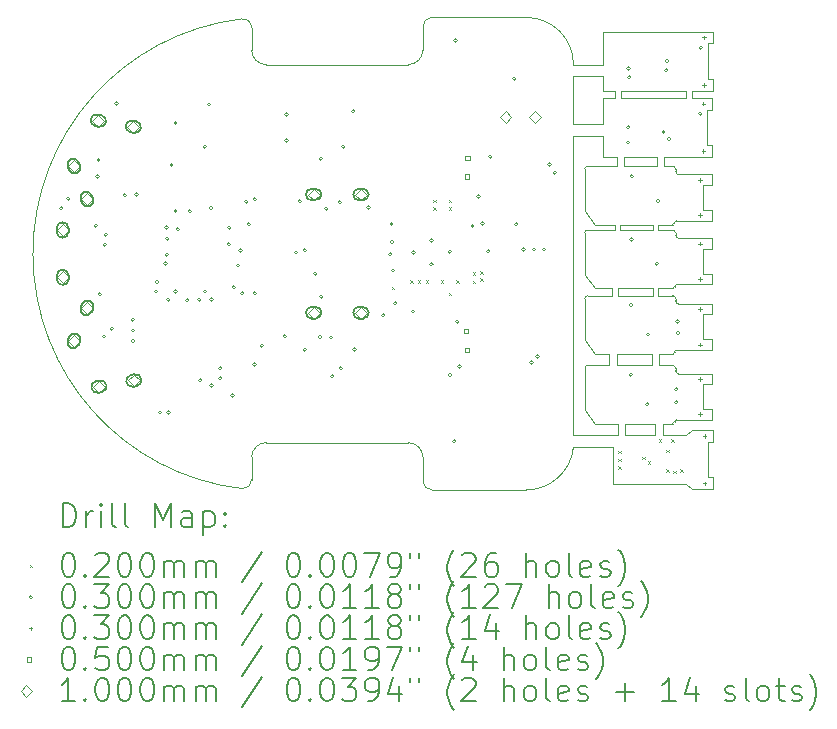
<source format=gbr>
%TF.GenerationSoftware,KiCad,Pcbnew,6.0.11-2627ca5db0~126~ubuntu22.04.1*%
%TF.CreationDate,2023-03-12T15:28:46+05:30*%
%TF.ProjectId,mushak_pcb,6d757368-616b-45f7-9063-622e6b696361,rev?*%
%TF.SameCoordinates,Original*%
%TF.FileFunction,Drillmap*%
%TF.FilePolarity,Positive*%
%FSLAX45Y45*%
G04 Gerber Fmt 4.5, Leading zero omitted, Abs format (unit mm)*
G04 Created by KiCad (PCBNEW 6.0.11-2627ca5db0~126~ubuntu22.04.1) date 2023-03-12 15:28:46*
%MOMM*%
%LPD*%
G01*
G04 APERTURE LIST*
%ADD10C,0.100000*%
%ADD11C,0.200000*%
%ADD12C,0.020000*%
%ADD13C,0.030000*%
%ADD14C,0.050000*%
G04 APERTURE END LIST*
D10*
X19495678Y-10080000D02*
X19495678Y-10435000D01*
X20092500Y-11140000D02*
X20092500Y-11237500D01*
X19765000Y-10645000D02*
X20065000Y-10645000D01*
X20240678Y-10549998D02*
G75*
G03*
X20255678Y-10535000I2J14998D01*
G01*
X19400000Y-8600000D02*
X19400000Y-8200000D01*
X20270678Y-10515000D02*
X20365000Y-10515000D01*
X20495000Y-10320000D02*
X20495000Y-10215000D01*
X19700000Y-10550000D02*
X19585678Y-10550000D01*
X20405000Y-8380000D02*
X20575000Y-8380000D01*
X19495000Y-8985000D02*
X19495000Y-9340000D01*
X20110000Y-8880000D02*
X19825000Y-8880000D01*
X19400000Y-11237181D02*
X19775000Y-11237500D01*
X20264000Y-9545000D02*
G75*
G03*
X20289000Y-9570000I25000J0D01*
G01*
X20352500Y-11652500D02*
X19735000Y-11652500D01*
X19400000Y-9100000D02*
X19400000Y-9197500D01*
X20495000Y-9765000D02*
X20495000Y-9870000D01*
X20495000Y-10910000D02*
X20495000Y-10805000D01*
X19495678Y-9525000D02*
X19495678Y-9880000D01*
X19700000Y-10645000D02*
X19520678Y-10645000D01*
X20575000Y-9960000D02*
X20365000Y-9960000D01*
X20120000Y-10550000D02*
X20120000Y-10645000D01*
X20255678Y-11120000D02*
X20255678Y-11125000D01*
X19000000Y-11700000D02*
X18200000Y-11700000D01*
X19585000Y-9455000D02*
X19755000Y-9455000D01*
X20435000Y-11695000D02*
X20585000Y-11695000D01*
X16800000Y-8100000D02*
X18000000Y-8100000D01*
X19400000Y-10300000D02*
X19400000Y-9800000D01*
X19700000Y-10550000D02*
X19700000Y-10645000D01*
X19725000Y-10055000D02*
X19520678Y-10055000D01*
X20070000Y-9455000D02*
X20070000Y-9500000D01*
X20264000Y-10690000D02*
G75*
G03*
X20289000Y-10715000I25000J0D01*
G01*
X20240678Y-11139998D02*
G75*
G03*
X20255678Y-11125000I2J14998D01*
G01*
X19400000Y-8100000D02*
X19652500Y-8100000D01*
X20160000Y-11237500D02*
X20355000Y-11237500D01*
X20535000Y-8220000D02*
X20535000Y-7920000D01*
X19825000Y-8880000D02*
X19825000Y-8960000D01*
X20065000Y-10550000D02*
X19765000Y-10550000D01*
X20495000Y-9660000D02*
X20575000Y-9660000D01*
X19825000Y-8960000D02*
X20110000Y-8960000D01*
X20255678Y-10530000D02*
X20255678Y-10535000D01*
X16675000Y-11615000D02*
X16675000Y-11420000D01*
X20575000Y-9570000D02*
X20370000Y-9570000D01*
X19725000Y-9995000D02*
X19725000Y-10055000D01*
X20585000Y-8320000D02*
X20585000Y-8220000D01*
X20495000Y-10215000D02*
X20575000Y-10215000D01*
X20115000Y-10055000D02*
X20239000Y-10055000D01*
X19400000Y-10837500D02*
X19400000Y-10400000D01*
X18200000Y-7700000D02*
G75*
G03*
X18125000Y-7775000I0J-75000D01*
G01*
X19495678Y-9880000D02*
X19585678Y-9995000D01*
X20575000Y-10515000D02*
X20575000Y-10425000D01*
X20535000Y-7920000D02*
X20585000Y-7920000D01*
X19780000Y-9995000D02*
X20070000Y-9995000D01*
X20270678Y-9960000D02*
X20365000Y-9960000D01*
X18125000Y-7975000D02*
X18125000Y-7775000D01*
X19755000Y-9500000D02*
X19520678Y-9500000D01*
X19000000Y-11699996D02*
G75*
G03*
X19400000Y-11337181I0J401906D01*
G01*
X20270678Y-9959998D02*
G75*
G03*
X20255678Y-9975000I2J-15002D01*
G01*
X20264000Y-9545000D02*
X20264000Y-9525000D01*
X19805000Y-8320000D02*
X19805000Y-8380000D01*
X18125000Y-11425000D02*
G75*
G03*
X18000000Y-11300000I-125000J0D01*
G01*
X19652500Y-8880000D02*
X19755000Y-8880000D01*
X20585000Y-7920000D02*
X20585000Y-7820000D01*
X19400000Y-8100000D02*
G75*
G03*
X19000000Y-7700000I-400000J0D01*
G01*
X20240000Y-9455000D02*
G75*
G03*
X20255000Y-9440000I0J15000D01*
G01*
X20289000Y-10715000D02*
X20370000Y-10715000D01*
X19780000Y-9995000D02*
X19780000Y-10055000D01*
X20365000Y-10515000D02*
X20575000Y-10515000D01*
X19735000Y-11355000D02*
X19735000Y-11337181D01*
X20115000Y-9500000D02*
X20239000Y-9500000D01*
X20065000Y-10550000D02*
X20065000Y-10645000D01*
X20575000Y-11105000D02*
X20575000Y-11015000D01*
X19775000Y-11140000D02*
X19775000Y-11237500D01*
X20160000Y-11140000D02*
X20160000Y-11237500D01*
X19520000Y-8960000D02*
G75*
G03*
X19495000Y-8985000I0J-25000D01*
G01*
X18000000Y-8100000D02*
G75*
G03*
X18125000Y-7975000I0J125000D01*
G01*
X20575000Y-10125000D02*
X20370000Y-10125000D01*
X20264000Y-9525000D02*
G75*
G03*
X20239000Y-9500000I-25000J0D01*
G01*
X19652500Y-8380000D02*
X19652500Y-8600000D01*
X16675000Y-7975000D02*
X16675000Y-7788033D01*
X20575000Y-10425000D02*
X20495000Y-10425000D01*
X20495000Y-9330000D02*
X20575000Y-9330000D01*
X20110000Y-8880000D02*
X20110000Y-8960000D01*
X19835000Y-11237500D02*
X20092500Y-11237500D01*
X19652500Y-8200000D02*
X19652500Y-8320000D01*
X19520678Y-9499998D02*
G75*
G03*
X19495678Y-9525000I2J-25002D01*
G01*
X19400000Y-9700000D02*
X19400000Y-9197500D01*
X20170000Y-8960000D02*
X20240000Y-8960000D01*
X20265000Y-8985000D02*
G75*
G03*
X20240000Y-8960000I-25000J0D01*
G01*
X16590000Y-7713033D02*
G75*
G03*
X16600000Y-11690000I235075J-1987905D01*
G01*
X20535000Y-11295000D02*
X20535000Y-11575000D01*
X19400000Y-10937500D02*
X19400000Y-10837500D01*
X18125000Y-11625000D02*
G75*
G03*
X18200000Y-11700000I75000J0D01*
G01*
X20435000Y-11195000D02*
X20585000Y-11195000D01*
X20355000Y-8880000D02*
X20405000Y-8880000D01*
X20255678Y-9975000D02*
X20255678Y-9980000D01*
X20585000Y-7820000D02*
X19652500Y-7820000D01*
X20120000Y-10645000D02*
X20239000Y-10645000D01*
X20495000Y-10910000D02*
X20495000Y-11015000D01*
X20575000Y-10715000D02*
X20370000Y-10715000D01*
X20070000Y-9995000D02*
X20070000Y-10055000D01*
X20289000Y-10125000D02*
X20370000Y-10125000D01*
X20495000Y-10425000D02*
X20495000Y-10320000D01*
X20355000Y-8320000D02*
X20355000Y-8380000D01*
X19520678Y-10644998D02*
G75*
G03*
X19495678Y-10670000I2J-25002D01*
G01*
X20495000Y-9225000D02*
X20495000Y-9120000D01*
X20115000Y-9455000D02*
X20240000Y-9455000D01*
X20495000Y-9765000D02*
X20495000Y-9660000D01*
X20495000Y-9120000D02*
X20575000Y-9120000D01*
X20115000Y-9995000D02*
X20240678Y-9995000D01*
X20575000Y-9120000D02*
X20575000Y-9030000D01*
X19755000Y-9455000D02*
X19755000Y-9500000D01*
X20092500Y-11140000D02*
X19835000Y-11140000D01*
X20575000Y-10215000D02*
X20575000Y-10125000D01*
X20264000Y-10080000D02*
G75*
G03*
X20239000Y-10055000I-25000J0D01*
G01*
X20585000Y-11195000D02*
X20585000Y-11295000D01*
X20405000Y-11695000D02*
X20352500Y-11652500D01*
X20255000Y-9435000D02*
X20255000Y-9440000D01*
X20264000Y-10100000D02*
G75*
G03*
X20289000Y-10125000I25000J0D01*
G01*
X20575000Y-9330000D02*
X20575000Y-9420000D01*
X19400000Y-8200000D02*
X19652500Y-8200000D01*
X19495678Y-11025000D02*
X19585678Y-11140000D01*
X20532500Y-8780000D02*
X20532500Y-8480000D01*
X18200000Y-7700000D02*
X19000000Y-7700000D01*
X19495678Y-10435000D02*
X19585678Y-10550000D01*
X19400000Y-9100000D02*
X19400000Y-8700000D01*
X20575000Y-8880000D02*
X20575000Y-8780000D01*
X20405000Y-8880000D02*
X20575000Y-8880000D01*
X19735000Y-11355000D02*
X19735000Y-11652500D01*
X20115000Y-9995000D02*
X20115000Y-10055000D01*
X19495000Y-9340000D02*
X19585000Y-9455000D01*
X20240678Y-9994998D02*
G75*
G03*
X20255678Y-9980000I2J14998D01*
G01*
X19652500Y-8320000D02*
X19755000Y-8320000D01*
X20405000Y-8320000D02*
X20405000Y-8380000D01*
X20355000Y-11237500D02*
X20405000Y-11195000D01*
X20170000Y-8880000D02*
X20170000Y-8955000D01*
X20265000Y-9005000D02*
X20265000Y-8985000D01*
X19775000Y-11140000D02*
X19585678Y-11140000D01*
X19755000Y-8880000D02*
X19765000Y-8880000D01*
X19520000Y-8960000D02*
X19765000Y-8960000D01*
X19520678Y-10054998D02*
G75*
G03*
X19495678Y-10080000I2J-25002D01*
G01*
X20535000Y-11575000D02*
X20535000Y-11595000D01*
X20355000Y-8380000D02*
X19805000Y-8380000D01*
X19400000Y-10300000D02*
X19400000Y-10400000D01*
X20575000Y-9660000D02*
X20575000Y-9570000D01*
X20495000Y-11015000D02*
X20575000Y-11015000D01*
X20264000Y-10100000D02*
X20264000Y-10080000D01*
X19835000Y-11140000D02*
X19835000Y-11237500D01*
X16600000Y-11690000D02*
G75*
G03*
X16675000Y-11615000I0J75000D01*
G01*
X20535000Y-11595000D02*
X20585000Y-11595000D01*
X20115000Y-9455000D02*
X20115000Y-9500000D01*
X20585000Y-11295000D02*
X20535000Y-11295000D01*
X20575000Y-9420000D02*
X20270000Y-9420000D01*
X19400000Y-11337181D02*
X19735000Y-11337181D01*
X20435000Y-11695000D02*
X20405000Y-11695000D01*
X20405000Y-8320000D02*
X20585000Y-8320000D01*
X20575000Y-11105000D02*
X20365000Y-11105000D01*
X19765000Y-8880000D02*
X19765000Y-8960000D01*
X19795000Y-9455000D02*
X19795000Y-9500000D01*
X20495000Y-9870000D02*
X20575000Y-9870000D01*
X20585000Y-8220000D02*
X20535000Y-8220000D01*
X19805000Y-8320000D02*
X20355000Y-8320000D01*
X19400000Y-9800000D02*
X19400000Y-9700000D01*
X19400000Y-8700000D02*
X19652500Y-8700000D01*
X20435000Y-11195000D02*
X20405000Y-11195000D01*
X20575000Y-9030000D02*
X20290000Y-9030000D01*
X20270678Y-11105000D02*
X20365000Y-11105000D01*
X20264000Y-10690000D02*
X20264000Y-10670000D01*
X20575000Y-9870000D02*
X20575000Y-9960000D01*
X20355000Y-8880000D02*
X20170000Y-8880000D01*
X20265000Y-9005000D02*
G75*
G03*
X20290000Y-9030000I25000J0D01*
G01*
X19755000Y-8320000D02*
X19755000Y-8380000D01*
X19725000Y-9995000D02*
X19585678Y-9995000D01*
X18125000Y-11425000D02*
X18125000Y-11625000D01*
X20070000Y-9500000D02*
X19795000Y-9500000D01*
X20289000Y-9570000D02*
X20370000Y-9570000D01*
X20270678Y-10514998D02*
G75*
G03*
X20255678Y-10530000I2J-15002D01*
G01*
X19652500Y-7820000D02*
X19652500Y-8100000D01*
X19765000Y-10550000D02*
X19765000Y-10645000D01*
X19755000Y-8380000D02*
X19652500Y-8380000D01*
X20160000Y-11140000D02*
X20240678Y-11140000D01*
X19780000Y-10055000D02*
X20070000Y-10055000D01*
X20532500Y-8780000D02*
X20575000Y-8780000D01*
X20575000Y-10805000D02*
X20575000Y-10715000D01*
X20575000Y-8380000D02*
X20575000Y-8480000D01*
X20270678Y-11104998D02*
G75*
G03*
X20255678Y-11120000I2J-15002D01*
G01*
X16800000Y-11299996D02*
G75*
G03*
X16675000Y-11420000I0J-125104D01*
G01*
X20532500Y-8480000D02*
X20575000Y-8480000D01*
X20585000Y-11595000D02*
X20585000Y-11695000D01*
X16674995Y-7788033D02*
G75*
G03*
X16590000Y-7713033I-75585J3D01*
G01*
X20120000Y-10550000D02*
X20240678Y-10550000D01*
X19400000Y-8600000D02*
X19652500Y-8600000D01*
X20495000Y-9225000D02*
X20495000Y-9330000D01*
X19495678Y-10670000D02*
X19495678Y-11025000D01*
X20264000Y-10670000D02*
G75*
G03*
X20239000Y-10645000I-25000J0D01*
G01*
X16800000Y-11300000D02*
X18000000Y-11300000D01*
X19400000Y-11237181D02*
X19400000Y-10937500D01*
X16675000Y-7975000D02*
G75*
G03*
X16800000Y-8100000I125000J0D01*
G01*
X19652500Y-8700000D02*
X19652500Y-8880000D01*
X20495000Y-10805000D02*
X20575000Y-10805000D01*
X20170000Y-8955000D02*
X20170000Y-8960000D01*
X20270000Y-9420000D02*
G75*
G03*
X20255000Y-9435000I0J-15000D01*
G01*
X19795000Y-9455000D02*
X20070000Y-9455000D01*
D11*
D12*
X17860000Y-9982500D02*
X17880000Y-10002500D01*
X17880000Y-9982500D02*
X17860000Y-10002500D01*
X18017500Y-9925000D02*
X18037500Y-9945000D01*
X18037500Y-9925000D02*
X18017500Y-9945000D01*
X18082500Y-9925000D02*
X18102500Y-9945000D01*
X18102500Y-9925000D02*
X18082500Y-9945000D01*
X18147500Y-9925000D02*
X18167500Y-9945000D01*
X18167500Y-9925000D02*
X18147500Y-9945000D01*
X18212500Y-9245000D02*
X18232500Y-9265000D01*
X18232500Y-9245000D02*
X18212500Y-9265000D01*
X18212500Y-9307500D02*
X18232500Y-9327500D01*
X18232500Y-9307500D02*
X18212500Y-9327500D01*
X18277500Y-9925000D02*
X18297500Y-9945000D01*
X18297500Y-9925000D02*
X18277500Y-9945000D01*
X18342500Y-9242500D02*
X18362500Y-9262500D01*
X18362500Y-9242500D02*
X18342500Y-9262500D01*
X18342500Y-9307500D02*
X18362500Y-9327500D01*
X18362500Y-9307500D02*
X18342500Y-9327500D01*
X18342500Y-10032500D02*
X18362500Y-10052500D01*
X18362500Y-10032500D02*
X18342500Y-10052500D01*
X18407500Y-9925000D02*
X18427500Y-9945000D01*
X18427500Y-9925000D02*
X18407500Y-9945000D01*
X18547500Y-9857500D02*
X18567500Y-9877500D01*
X18567500Y-9857500D02*
X18547500Y-9877500D01*
X18547500Y-9930000D02*
X18567500Y-9950000D01*
X18567500Y-9930000D02*
X18547500Y-9950000D01*
X18612500Y-9850000D02*
X18632500Y-9870000D01*
X18632500Y-9850000D02*
X18612500Y-9870000D01*
X18612500Y-9910000D02*
X18632500Y-9930000D01*
X18632500Y-9910000D02*
X18612500Y-9930000D01*
X19780000Y-11370000D02*
X19800000Y-11390000D01*
X19800000Y-11370000D02*
X19780000Y-11390000D01*
X19780000Y-11435000D02*
X19800000Y-11455000D01*
X19800000Y-11435000D02*
X19780000Y-11455000D01*
X19780000Y-11500000D02*
X19800000Y-11520000D01*
X19800000Y-11500000D02*
X19780000Y-11520000D01*
X19983854Y-11419950D02*
X20003854Y-11439950D01*
X20003854Y-11419950D02*
X19983854Y-11439950D01*
X20031959Y-11458508D02*
X20051959Y-11478508D01*
X20051959Y-11458508D02*
X20031959Y-11478508D01*
X20124977Y-11272450D02*
X20144977Y-11292450D01*
X20144977Y-11272450D02*
X20124977Y-11292450D01*
X20185000Y-11360000D02*
X20205000Y-11380000D01*
X20205000Y-11360000D02*
X20185000Y-11380000D01*
X20185000Y-11525000D02*
X20205000Y-11545000D01*
X20205000Y-11525000D02*
X20185000Y-11545000D01*
X20227550Y-11272450D02*
X20247550Y-11292450D01*
X20247550Y-11272450D02*
X20227550Y-11292450D01*
X20245000Y-11537550D02*
X20265000Y-11557550D01*
X20265000Y-11537550D02*
X20245000Y-11557550D01*
X20305000Y-11525000D02*
X20325000Y-11545000D01*
X20325000Y-11525000D02*
X20305000Y-11545000D01*
D13*
X15077600Y-9317500D02*
G75*
G03*
X15077600Y-9317500I-15000J0D01*
G01*
X15137550Y-9235796D02*
G75*
G03*
X15137550Y-9235796I-15000J0D01*
G01*
X15370000Y-9463000D02*
G75*
G03*
X15370000Y-9463000I-15000J0D01*
G01*
X15385000Y-9045000D02*
G75*
G03*
X15385000Y-9045000I-15000J0D01*
G01*
X15395000Y-8907177D02*
G75*
G03*
X15395000Y-8907177I-15000J0D01*
G01*
X15405000Y-10045000D02*
G75*
G03*
X15405000Y-10045000I-15000J0D01*
G01*
X15440000Y-10400000D02*
G75*
G03*
X15440000Y-10400000I-15000J0D01*
G01*
X15445000Y-9625000D02*
G75*
G03*
X15445000Y-9625000I-15000J0D01*
G01*
X15455000Y-9540000D02*
G75*
G03*
X15455000Y-9540000I-15000J0D01*
G01*
X15505000Y-10335000D02*
G75*
G03*
X15505000Y-10335000I-15000J0D01*
G01*
X15545000Y-8430000D02*
G75*
G03*
X15545000Y-8430000I-15000J0D01*
G01*
X15615000Y-9205000D02*
G75*
G03*
X15615000Y-9205000I-15000J0D01*
G01*
X15685000Y-10260000D02*
G75*
G03*
X15685000Y-10260000I-15000J0D01*
G01*
X15685000Y-10350000D02*
G75*
G03*
X15685000Y-10350000I-15000J0D01*
G01*
X15685000Y-10440000D02*
G75*
G03*
X15685000Y-10440000I-15000J0D01*
G01*
X15715000Y-9200000D02*
G75*
G03*
X15715000Y-9200000I-15000J0D01*
G01*
X15880000Y-10020000D02*
G75*
G03*
X15880000Y-10020000I-15000J0D01*
G01*
X15889680Y-9939680D02*
G75*
G03*
X15889680Y-9939680I-15000J0D01*
G01*
X15912500Y-11045000D02*
G75*
G03*
X15912500Y-11045000I-15000J0D01*
G01*
X15960000Y-9785000D02*
G75*
G03*
X15960000Y-9785000I-15000J0D01*
G01*
X15970000Y-9480000D02*
G75*
G03*
X15970000Y-9480000I-15000J0D01*
G01*
X15970000Y-9710000D02*
G75*
G03*
X15970000Y-9710000I-15000J0D01*
G01*
X15975000Y-9575000D02*
G75*
G03*
X15975000Y-9575000I-15000J0D01*
G01*
X15984171Y-10091163D02*
G75*
G03*
X15984171Y-10091163I-15000J0D01*
G01*
X15985000Y-11045000D02*
G75*
G03*
X15985000Y-11045000I-15000J0D01*
G01*
X16010000Y-8950000D02*
G75*
G03*
X16010000Y-8950000I-15000J0D01*
G01*
X16045000Y-8595000D02*
G75*
G03*
X16045000Y-8595000I-15000J0D01*
G01*
X16045000Y-9340000D02*
G75*
G03*
X16045000Y-9340000I-15000J0D01*
G01*
X16045000Y-10020000D02*
G75*
G03*
X16045000Y-10020000I-15000J0D01*
G01*
X16065000Y-9495000D02*
G75*
G03*
X16065000Y-9495000I-15000J0D01*
G01*
X16145000Y-10095000D02*
G75*
G03*
X16145000Y-10095000I-15000J0D01*
G01*
X16165000Y-9340000D02*
G75*
G03*
X16165000Y-9340000I-15000J0D01*
G01*
X16245000Y-10090000D02*
G75*
G03*
X16245000Y-10090000I-15000J0D01*
G01*
X16255000Y-10770000D02*
G75*
G03*
X16255000Y-10770000I-15000J0D01*
G01*
X16292500Y-8795000D02*
G75*
G03*
X16292500Y-8795000I-15000J0D01*
G01*
X16295000Y-10020000D02*
G75*
G03*
X16295000Y-10020000I-15000J0D01*
G01*
X16327500Y-8437500D02*
G75*
G03*
X16327500Y-8437500I-15000J0D01*
G01*
X16345000Y-9315000D02*
G75*
G03*
X16345000Y-9315000I-15000J0D01*
G01*
X16350000Y-10090000D02*
G75*
G03*
X16350000Y-10090000I-15000J0D01*
G01*
X16350000Y-10815000D02*
G75*
G03*
X16350000Y-10815000I-15000J0D01*
G01*
X16425000Y-10670000D02*
G75*
G03*
X16425000Y-10670000I-15000J0D01*
G01*
X16425000Y-10755000D02*
G75*
G03*
X16425000Y-10755000I-15000J0D01*
G01*
X16495000Y-9620000D02*
G75*
G03*
X16495000Y-9620000I-15000J0D01*
G01*
X16500000Y-9480000D02*
G75*
G03*
X16500000Y-9480000I-15000J0D01*
G01*
X16527500Y-10900000D02*
G75*
G03*
X16527500Y-10900000I-15000J0D01*
G01*
X16540000Y-9984950D02*
G75*
G03*
X16540000Y-9984950I-15000J0D01*
G01*
X16575000Y-9800000D02*
G75*
G03*
X16575000Y-9800000I-15000J0D01*
G01*
X16595000Y-9675000D02*
G75*
G03*
X16595000Y-9675000I-15000J0D01*
G01*
X16610000Y-10035000D02*
G75*
G03*
X16610000Y-10035000I-15000J0D01*
G01*
X16645000Y-9260000D02*
G75*
G03*
X16645000Y-9260000I-15000J0D01*
G01*
X16665000Y-9450000D02*
G75*
G03*
X16665000Y-9450000I-15000J0D01*
G01*
X16715000Y-10035000D02*
G75*
G03*
X16715000Y-10035000I-15000J0D01*
G01*
X16715000Y-10640000D02*
G75*
G03*
X16715000Y-10640000I-15000J0D01*
G01*
X16716541Y-9237885D02*
G75*
G03*
X16716541Y-9237885I-15000J0D01*
G01*
X16775000Y-10480000D02*
G75*
G03*
X16775000Y-10480000I-15000J0D01*
G01*
X16970000Y-10400000D02*
G75*
G03*
X16970000Y-10400000I-15000J0D01*
G01*
X16985000Y-8520000D02*
G75*
G03*
X16985000Y-8520000I-15000J0D01*
G01*
X16985000Y-8740000D02*
G75*
G03*
X16985000Y-8740000I-15000J0D01*
G01*
X17065000Y-9690000D02*
G75*
G03*
X17065000Y-9690000I-15000J0D01*
G01*
X17097500Y-9257500D02*
G75*
G03*
X17097500Y-9257500I-15000J0D01*
G01*
X17140000Y-9670050D02*
G75*
G03*
X17140000Y-9670050I-15000J0D01*
G01*
X17140000Y-10515000D02*
G75*
G03*
X17140000Y-10515000I-15000J0D01*
G01*
X17230000Y-9870000D02*
G75*
G03*
X17230000Y-9870000I-15000J0D01*
G01*
X17270000Y-10405000D02*
G75*
G03*
X17270000Y-10405000I-15000J0D01*
G01*
X17275000Y-8895000D02*
G75*
G03*
X17275000Y-8895000I-15000J0D01*
G01*
X17280000Y-10065000D02*
G75*
G03*
X17280000Y-10065000I-15000J0D01*
G01*
X17323281Y-9319894D02*
G75*
G03*
X17323281Y-9319894I-15000J0D01*
G01*
X17362500Y-10410000D02*
G75*
G03*
X17362500Y-10410000I-15000J0D01*
G01*
X17372500Y-10737500D02*
G75*
G03*
X17372500Y-10737500I-15000J0D01*
G01*
X17435000Y-9265000D02*
G75*
G03*
X17435000Y-9265000I-15000J0D01*
G01*
X17445000Y-10670000D02*
G75*
G03*
X17445000Y-10670000I-15000J0D01*
G01*
X17465000Y-8795000D02*
G75*
G03*
X17465000Y-8795000I-15000J0D01*
G01*
X17550000Y-8495000D02*
G75*
G03*
X17550000Y-8495000I-15000J0D01*
G01*
X17560000Y-10512500D02*
G75*
G03*
X17560000Y-10512500I-15000J0D01*
G01*
X17680000Y-9310000D02*
G75*
G03*
X17680000Y-9310000I-15000J0D01*
G01*
X17804950Y-10222500D02*
G75*
G03*
X17804950Y-10222500I-15000J0D01*
G01*
X17865000Y-9705000D02*
G75*
G03*
X17865000Y-9705000I-15000J0D01*
G01*
X17875000Y-9450000D02*
G75*
G03*
X17875000Y-9450000I-15000J0D01*
G01*
X17877500Y-9602500D02*
G75*
G03*
X17877500Y-9602500I-15000J0D01*
G01*
X17887500Y-9842500D02*
G75*
G03*
X17887500Y-9842500I-15000J0D01*
G01*
X17905000Y-10120000D02*
G75*
G03*
X17905000Y-10120000I-15000J0D01*
G01*
X18055000Y-10190000D02*
G75*
G03*
X18055000Y-10190000I-15000J0D01*
G01*
X18060000Y-9690000D02*
G75*
G03*
X18060000Y-9690000I-15000J0D01*
G01*
X18212500Y-9590000D02*
G75*
G03*
X18212500Y-9590000I-15000J0D01*
G01*
X18212500Y-9790000D02*
G75*
G03*
X18212500Y-9790000I-15000J0D01*
G01*
X18367500Y-9682500D02*
G75*
G03*
X18367500Y-9682500I-15000J0D01*
G01*
X18370000Y-10727500D02*
G75*
G03*
X18370000Y-10727500I-15000J0D01*
G01*
X18405000Y-11290000D02*
G75*
G03*
X18405000Y-11290000I-15000J0D01*
G01*
X18415000Y-7895000D02*
G75*
G03*
X18415000Y-7895000I-15000J0D01*
G01*
X18430000Y-10277500D02*
G75*
G03*
X18430000Y-10277500I-15000J0D01*
G01*
X18450000Y-10655000D02*
G75*
G03*
X18450000Y-10655000I-15000J0D01*
G01*
X18560000Y-9465000D02*
G75*
G03*
X18560000Y-9465000I-15000J0D01*
G01*
X18610000Y-9215000D02*
G75*
G03*
X18610000Y-9215000I-15000J0D01*
G01*
X18645000Y-9445000D02*
G75*
G03*
X18645000Y-9445000I-15000J0D01*
G01*
X18692550Y-9679800D02*
G75*
G03*
X18692550Y-9679800I-15000J0D01*
G01*
X18710000Y-8880000D02*
G75*
G03*
X18710000Y-8880000I-15000J0D01*
G01*
X18915000Y-8220000D02*
G75*
G03*
X18915000Y-8220000I-15000J0D01*
G01*
X18930000Y-9450000D02*
G75*
G03*
X18930000Y-9450000I-15000J0D01*
G01*
X18990000Y-9665000D02*
G75*
G03*
X18990000Y-9665000I-15000J0D01*
G01*
X19060000Y-10620000D02*
G75*
G03*
X19060000Y-10620000I-15000J0D01*
G01*
X19080000Y-9665000D02*
G75*
G03*
X19080000Y-9665000I-15000J0D01*
G01*
X19110000Y-10570000D02*
G75*
G03*
X19110000Y-10570000I-15000J0D01*
G01*
X19165000Y-9665000D02*
G75*
G03*
X19165000Y-9665000I-15000J0D01*
G01*
X19210000Y-8945000D02*
G75*
G03*
X19210000Y-8945000I-15000J0D01*
G01*
X19255000Y-9015000D02*
G75*
G03*
X19255000Y-9015000I-15000J0D01*
G01*
X19877500Y-8630000D02*
G75*
G03*
X19877500Y-8630000I-15000J0D01*
G01*
X19877500Y-8760000D02*
G75*
G03*
X19877500Y-8760000I-15000J0D01*
G01*
X19882500Y-8132500D02*
G75*
G03*
X19882500Y-8132500I-15000J0D01*
G01*
X19887500Y-8205000D02*
G75*
G03*
X19887500Y-8205000I-15000J0D01*
G01*
X19900000Y-10135000D02*
G75*
G03*
X19900000Y-10135000I-15000J0D01*
G01*
X19900000Y-10725000D02*
G75*
G03*
X19900000Y-10725000I-15000J0D01*
G01*
X19905000Y-9580000D02*
G75*
G03*
X19905000Y-9580000I-15000J0D01*
G01*
X19910000Y-9045000D02*
G75*
G03*
X19910000Y-9045000I-15000J0D01*
G01*
X20040000Y-10975000D02*
G75*
G03*
X20040000Y-10975000I-15000J0D01*
G01*
X20045050Y-10385000D02*
G75*
G03*
X20045050Y-10385000I-15000J0D01*
G01*
X20120000Y-9785000D02*
G75*
G03*
X20120000Y-9785000I-15000J0D01*
G01*
X20130000Y-9255000D02*
G75*
G03*
X20130000Y-9255000I-15000J0D01*
G01*
X20177500Y-8670000D02*
G75*
G03*
X20177500Y-8670000I-15000J0D01*
G01*
X20200050Y-8147500D02*
G75*
G03*
X20200050Y-8147500I-15000J0D01*
G01*
X20207500Y-8070000D02*
G75*
G03*
X20207500Y-8070000I-15000J0D01*
G01*
X20222500Y-8730000D02*
G75*
G03*
X20222500Y-8730000I-15000J0D01*
G01*
X20285000Y-10850000D02*
G75*
G03*
X20285000Y-10850000I-15000J0D01*
G01*
X20285000Y-10960000D02*
G75*
G03*
X20285000Y-10960000I-15000J0D01*
G01*
X20295000Y-10275000D02*
G75*
G03*
X20295000Y-10275000I-15000J0D01*
G01*
X20300000Y-10370000D02*
G75*
G03*
X20300000Y-10370000I-15000J0D01*
G01*
X20487950Y-8515000D02*
G75*
G03*
X20487950Y-8515000I-15000J0D01*
G01*
X20492450Y-7957500D02*
G75*
G03*
X20492450Y-7957500I-15000J0D01*
G01*
X20470000Y-9060000D02*
X20470000Y-9090000D01*
X20455000Y-9075000D02*
X20485000Y-9075000D01*
X20470000Y-9360000D02*
X20470000Y-9390000D01*
X20455000Y-9375000D02*
X20485000Y-9375000D01*
X20470000Y-9600000D02*
X20470000Y-9630000D01*
X20455000Y-9615000D02*
X20485000Y-9615000D01*
X20470000Y-9900000D02*
X20470000Y-9930000D01*
X20455000Y-9915000D02*
X20485000Y-9915000D01*
X20470000Y-10155000D02*
X20470000Y-10185000D01*
X20455000Y-10170000D02*
X20485000Y-10170000D01*
X20470000Y-10455000D02*
X20470000Y-10485000D01*
X20455000Y-10470000D02*
X20485000Y-10470000D01*
X20470000Y-10745000D02*
X20470000Y-10775000D01*
X20455000Y-10760000D02*
X20485000Y-10760000D01*
X20470000Y-11045000D02*
X20470000Y-11075000D01*
X20455000Y-11060000D02*
X20485000Y-11060000D01*
X20500000Y-8415000D02*
X20500000Y-8445000D01*
X20485000Y-8430000D02*
X20515000Y-8430000D01*
X20500000Y-8815000D02*
X20500000Y-8845000D01*
X20485000Y-8830000D02*
X20515000Y-8830000D01*
X20507000Y-7855000D02*
X20507000Y-7885000D01*
X20492000Y-7870000D02*
X20522000Y-7870000D01*
X20507000Y-8255000D02*
X20507000Y-8285000D01*
X20492000Y-8270000D02*
X20522000Y-8270000D01*
X20510000Y-11230000D02*
X20510000Y-11260000D01*
X20495000Y-11245000D02*
X20525000Y-11245000D01*
X20510000Y-11630000D02*
X20510000Y-11660000D01*
X20495000Y-11645000D02*
X20525000Y-11645000D01*
D14*
X18510178Y-10375178D02*
X18510178Y-10339822D01*
X18474822Y-10339822D01*
X18474822Y-10375178D01*
X18510178Y-10375178D01*
X18515178Y-9065178D02*
X18515178Y-9029822D01*
X18479822Y-9029822D01*
X18479822Y-9065178D01*
X18515178Y-9065178D01*
X18515178Y-10530178D02*
X18515178Y-10494822D01*
X18479822Y-10494822D01*
X18479822Y-10530178D01*
X18515178Y-10530178D01*
X18520178Y-8910178D02*
X18520178Y-8874822D01*
X18484822Y-8874822D01*
X18484822Y-8910178D01*
X18520178Y-8910178D01*
D10*
X15075000Y-9550000D02*
X15125000Y-9500000D01*
X15075000Y-9450000D01*
X15025000Y-9500000D01*
X15075000Y-9550000D01*
D11*
X15025000Y-9485000D02*
X15025000Y-9515000D01*
X15125000Y-9485000D02*
X15125000Y-9515000D01*
X15025000Y-9515000D02*
G75*
G03*
X15125000Y-9515000I50000J0D01*
G01*
X15125000Y-9485000D02*
G75*
G03*
X15025000Y-9485000I-50000J0D01*
G01*
D10*
X15075000Y-9950000D02*
X15125000Y-9900000D01*
X15075000Y-9850000D01*
X15025000Y-9900000D01*
X15075000Y-9950000D01*
D11*
X15025000Y-9885000D02*
X15025000Y-9915000D01*
X15125000Y-9885000D02*
X15125000Y-9915000D01*
X15025000Y-9915000D02*
G75*
G03*
X15125000Y-9915000I50000J0D01*
G01*
X15125000Y-9885000D02*
G75*
G03*
X15025000Y-9885000I-50000J0D01*
G01*
D10*
X15170025Y-9010437D02*
X15220025Y-8960437D01*
X15170025Y-8910437D01*
X15120025Y-8960437D01*
X15170025Y-9010437D01*
D11*
X15222043Y-8956069D02*
X15211048Y-8928156D01*
X15129001Y-8992719D02*
X15118006Y-8964806D01*
X15211048Y-8928156D02*
G75*
G03*
X15118006Y-8964806I-46521J-18325D01*
G01*
X15129001Y-8992719D02*
G75*
G03*
X15222043Y-8956069I46521J18325D01*
G01*
D10*
X15170025Y-10489563D02*
X15220025Y-10439563D01*
X15170025Y-10389563D01*
X15120025Y-10439563D01*
X15170025Y-10489563D01*
D11*
X15129001Y-10407281D02*
X15118006Y-10435194D01*
X15222043Y-10443931D02*
X15211048Y-10471844D01*
X15118006Y-10435194D02*
G75*
G03*
X15211048Y-10471844I46521J-18325D01*
G01*
X15222043Y-10443931D02*
G75*
G03*
X15129001Y-10407281I-46521J18325D01*
G01*
D10*
X15279975Y-9289563D02*
X15329975Y-9239563D01*
X15279975Y-9189563D01*
X15229975Y-9239563D01*
X15279975Y-9289563D01*
D11*
X15331994Y-9235194D02*
X15320999Y-9207281D01*
X15238952Y-9271844D02*
X15227957Y-9243931D01*
X15320999Y-9207281D02*
G75*
G03*
X15227957Y-9243931I-46521J-18325D01*
G01*
X15238952Y-9271844D02*
G75*
G03*
X15331994Y-9235194I46521J18325D01*
G01*
D10*
X15279975Y-10210437D02*
X15329975Y-10160437D01*
X15279975Y-10110437D01*
X15229975Y-10160437D01*
X15279975Y-10210437D01*
D11*
X15238952Y-10128156D02*
X15227957Y-10156069D01*
X15331994Y-10164806D02*
X15320999Y-10192719D01*
X15227957Y-10156069D02*
G75*
G03*
X15320999Y-10192719I46521J-18325D01*
G01*
X15331994Y-10164806D02*
G75*
G03*
X15238952Y-10128156I-46521J18325D01*
G01*
D10*
X15377279Y-8623953D02*
X15427279Y-8573953D01*
X15377279Y-8523953D01*
X15327279Y-8573953D01*
X15377279Y-8623953D01*
D11*
X15400733Y-8527317D02*
X15371189Y-8522108D01*
X15383368Y-8625798D02*
X15353824Y-8620589D01*
X15371189Y-8522108D02*
G75*
G03*
X15353824Y-8620589I-8682J-49240D01*
G01*
X15383368Y-8625798D02*
G75*
G03*
X15400733Y-8527317I8682J49240D01*
G01*
D10*
X15382279Y-10876047D02*
X15432279Y-10826047D01*
X15382279Y-10776047D01*
X15332279Y-10826047D01*
X15382279Y-10876047D01*
D11*
X15388368Y-10774202D02*
X15358824Y-10779412D01*
X15405733Y-10872683D02*
X15376189Y-10877892D01*
X15358824Y-10779412D02*
G75*
G03*
X15376189Y-10877892I8682J-49240D01*
G01*
X15405733Y-10872683D02*
G75*
G03*
X15388368Y-10774202I-8682J49240D01*
G01*
D10*
X15672721Y-8676047D02*
X15722721Y-8626047D01*
X15672721Y-8576047D01*
X15622721Y-8626047D01*
X15672721Y-8676047D01*
D11*
X15696176Y-8579412D02*
X15666631Y-8574202D01*
X15678811Y-8677892D02*
X15649267Y-8672683D01*
X15666631Y-8574202D02*
G75*
G03*
X15649267Y-8672683I-8682J-49240D01*
G01*
X15678811Y-8677892D02*
G75*
G03*
X15696176Y-8579412I8682J49240D01*
G01*
D10*
X15677721Y-10823953D02*
X15727721Y-10773953D01*
X15677721Y-10723953D01*
X15627721Y-10773953D01*
X15677721Y-10823953D01*
D11*
X15683811Y-10722108D02*
X15654267Y-10727317D01*
X15701176Y-10820589D02*
X15671631Y-10825798D01*
X15654267Y-10727317D02*
G75*
G03*
X15671631Y-10825798I8682J-49240D01*
G01*
X15701176Y-10820589D02*
G75*
G03*
X15683811Y-10722108I-8682J49240D01*
G01*
D10*
X17200000Y-9250000D02*
X17250000Y-9200000D01*
X17200000Y-9150000D01*
X17150000Y-9200000D01*
X17200000Y-9250000D01*
D11*
X17215000Y-9150000D02*
X17185000Y-9150000D01*
X17215000Y-9250000D02*
X17185000Y-9250000D01*
X17185000Y-9150000D02*
G75*
G03*
X17185000Y-9250000I0J-50000D01*
G01*
X17215000Y-9250000D02*
G75*
G03*
X17215000Y-9150000I0J50000D01*
G01*
D10*
X17200000Y-10250000D02*
X17250000Y-10200000D01*
X17200000Y-10150000D01*
X17150000Y-10200000D01*
X17200000Y-10250000D01*
D11*
X17185000Y-10250000D02*
X17215000Y-10250000D01*
X17185000Y-10150000D02*
X17215000Y-10150000D01*
X17215000Y-10250000D02*
G75*
G03*
X17215000Y-10150000I0J50000D01*
G01*
X17185000Y-10150000D02*
G75*
G03*
X17185000Y-10250000I0J-50000D01*
G01*
D10*
X17600000Y-9250000D02*
X17650000Y-9200000D01*
X17600000Y-9150000D01*
X17550000Y-9200000D01*
X17600000Y-9250000D01*
D11*
X17615000Y-9150000D02*
X17585000Y-9150000D01*
X17615000Y-9250000D02*
X17585000Y-9250000D01*
X17585000Y-9150000D02*
G75*
G03*
X17585000Y-9250000I0J-50000D01*
G01*
X17615000Y-9250000D02*
G75*
G03*
X17615000Y-9150000I0J50000D01*
G01*
D10*
X17600000Y-10250000D02*
X17650000Y-10200000D01*
X17600000Y-10150000D01*
X17550000Y-10200000D01*
X17600000Y-10250000D01*
D11*
X17585000Y-10250000D02*
X17615000Y-10250000D01*
X17585000Y-10150000D02*
X17615000Y-10150000D01*
X17615000Y-10250000D02*
G75*
G03*
X17615000Y-10150000I0J50000D01*
G01*
X17585000Y-10150000D02*
G75*
G03*
X17585000Y-10250000I0J-50000D01*
G01*
D10*
X18825000Y-8590000D02*
X18875000Y-8540000D01*
X18825000Y-8490000D01*
X18775000Y-8540000D01*
X18825000Y-8590000D01*
X19075000Y-8590000D02*
X19125000Y-8540000D01*
X19075000Y-8490000D01*
X19025000Y-8540000D01*
X19075000Y-8590000D01*
D11*
X15075938Y-12015476D02*
X15075938Y-11815476D01*
X15123557Y-11815476D01*
X15152129Y-11825000D01*
X15171176Y-11844048D01*
X15180700Y-11863095D01*
X15190224Y-11901190D01*
X15190224Y-11929762D01*
X15180700Y-11967857D01*
X15171176Y-11986905D01*
X15152129Y-12005952D01*
X15123557Y-12015476D01*
X15075938Y-12015476D01*
X15275938Y-12015476D02*
X15275938Y-11882143D01*
X15275938Y-11920238D02*
X15285462Y-11901190D01*
X15294986Y-11891667D01*
X15314033Y-11882143D01*
X15333081Y-11882143D01*
X15399748Y-12015476D02*
X15399748Y-11882143D01*
X15399748Y-11815476D02*
X15390224Y-11825000D01*
X15399748Y-11834524D01*
X15409271Y-11825000D01*
X15399748Y-11815476D01*
X15399748Y-11834524D01*
X15523557Y-12015476D02*
X15504510Y-12005952D01*
X15494986Y-11986905D01*
X15494986Y-11815476D01*
X15628319Y-12015476D02*
X15609271Y-12005952D01*
X15599748Y-11986905D01*
X15599748Y-11815476D01*
X15856891Y-12015476D02*
X15856891Y-11815476D01*
X15923557Y-11958333D01*
X15990224Y-11815476D01*
X15990224Y-12015476D01*
X16171176Y-12015476D02*
X16171176Y-11910714D01*
X16161652Y-11891667D01*
X16142605Y-11882143D01*
X16104510Y-11882143D01*
X16085462Y-11891667D01*
X16171176Y-12005952D02*
X16152129Y-12015476D01*
X16104510Y-12015476D01*
X16085462Y-12005952D01*
X16075938Y-11986905D01*
X16075938Y-11967857D01*
X16085462Y-11948809D01*
X16104510Y-11939286D01*
X16152129Y-11939286D01*
X16171176Y-11929762D01*
X16266414Y-11882143D02*
X16266414Y-12082143D01*
X16266414Y-11891667D02*
X16285462Y-11882143D01*
X16323557Y-11882143D01*
X16342605Y-11891667D01*
X16352129Y-11901190D01*
X16361652Y-11920238D01*
X16361652Y-11977381D01*
X16352129Y-11996428D01*
X16342605Y-12005952D01*
X16323557Y-12015476D01*
X16285462Y-12015476D01*
X16266414Y-12005952D01*
X16447367Y-11996428D02*
X16456891Y-12005952D01*
X16447367Y-12015476D01*
X16437843Y-12005952D01*
X16447367Y-11996428D01*
X16447367Y-12015476D01*
X16447367Y-11891667D02*
X16456891Y-11901190D01*
X16447367Y-11910714D01*
X16437843Y-11901190D01*
X16447367Y-11891667D01*
X16447367Y-11910714D01*
D12*
X14798319Y-12335000D02*
X14818319Y-12355000D01*
X14818319Y-12335000D02*
X14798319Y-12355000D01*
D11*
X15114033Y-12235476D02*
X15133081Y-12235476D01*
X15152129Y-12245000D01*
X15161652Y-12254524D01*
X15171176Y-12273571D01*
X15180700Y-12311667D01*
X15180700Y-12359286D01*
X15171176Y-12397381D01*
X15161652Y-12416428D01*
X15152129Y-12425952D01*
X15133081Y-12435476D01*
X15114033Y-12435476D01*
X15094986Y-12425952D01*
X15085462Y-12416428D01*
X15075938Y-12397381D01*
X15066414Y-12359286D01*
X15066414Y-12311667D01*
X15075938Y-12273571D01*
X15085462Y-12254524D01*
X15094986Y-12245000D01*
X15114033Y-12235476D01*
X15266414Y-12416428D02*
X15275938Y-12425952D01*
X15266414Y-12435476D01*
X15256891Y-12425952D01*
X15266414Y-12416428D01*
X15266414Y-12435476D01*
X15352129Y-12254524D02*
X15361652Y-12245000D01*
X15380700Y-12235476D01*
X15428319Y-12235476D01*
X15447367Y-12245000D01*
X15456891Y-12254524D01*
X15466414Y-12273571D01*
X15466414Y-12292619D01*
X15456891Y-12321190D01*
X15342605Y-12435476D01*
X15466414Y-12435476D01*
X15590224Y-12235476D02*
X15609271Y-12235476D01*
X15628319Y-12245000D01*
X15637843Y-12254524D01*
X15647367Y-12273571D01*
X15656891Y-12311667D01*
X15656891Y-12359286D01*
X15647367Y-12397381D01*
X15637843Y-12416428D01*
X15628319Y-12425952D01*
X15609271Y-12435476D01*
X15590224Y-12435476D01*
X15571176Y-12425952D01*
X15561652Y-12416428D01*
X15552129Y-12397381D01*
X15542605Y-12359286D01*
X15542605Y-12311667D01*
X15552129Y-12273571D01*
X15561652Y-12254524D01*
X15571176Y-12245000D01*
X15590224Y-12235476D01*
X15780700Y-12235476D02*
X15799748Y-12235476D01*
X15818795Y-12245000D01*
X15828319Y-12254524D01*
X15837843Y-12273571D01*
X15847367Y-12311667D01*
X15847367Y-12359286D01*
X15837843Y-12397381D01*
X15828319Y-12416428D01*
X15818795Y-12425952D01*
X15799748Y-12435476D01*
X15780700Y-12435476D01*
X15761652Y-12425952D01*
X15752129Y-12416428D01*
X15742605Y-12397381D01*
X15733081Y-12359286D01*
X15733081Y-12311667D01*
X15742605Y-12273571D01*
X15752129Y-12254524D01*
X15761652Y-12245000D01*
X15780700Y-12235476D01*
X15933081Y-12435476D02*
X15933081Y-12302143D01*
X15933081Y-12321190D02*
X15942605Y-12311667D01*
X15961652Y-12302143D01*
X15990224Y-12302143D01*
X16009271Y-12311667D01*
X16018795Y-12330714D01*
X16018795Y-12435476D01*
X16018795Y-12330714D02*
X16028319Y-12311667D01*
X16047367Y-12302143D01*
X16075938Y-12302143D01*
X16094986Y-12311667D01*
X16104510Y-12330714D01*
X16104510Y-12435476D01*
X16199748Y-12435476D02*
X16199748Y-12302143D01*
X16199748Y-12321190D02*
X16209271Y-12311667D01*
X16228319Y-12302143D01*
X16256891Y-12302143D01*
X16275938Y-12311667D01*
X16285462Y-12330714D01*
X16285462Y-12435476D01*
X16285462Y-12330714D02*
X16294986Y-12311667D01*
X16314033Y-12302143D01*
X16342605Y-12302143D01*
X16361652Y-12311667D01*
X16371176Y-12330714D01*
X16371176Y-12435476D01*
X16761652Y-12225952D02*
X16590224Y-12483095D01*
X17018795Y-12235476D02*
X17037843Y-12235476D01*
X17056891Y-12245000D01*
X17066414Y-12254524D01*
X17075938Y-12273571D01*
X17085462Y-12311667D01*
X17085462Y-12359286D01*
X17075938Y-12397381D01*
X17066414Y-12416428D01*
X17056891Y-12425952D01*
X17037843Y-12435476D01*
X17018795Y-12435476D01*
X16999748Y-12425952D01*
X16990224Y-12416428D01*
X16980700Y-12397381D01*
X16971176Y-12359286D01*
X16971176Y-12311667D01*
X16980700Y-12273571D01*
X16990224Y-12254524D01*
X16999748Y-12245000D01*
X17018795Y-12235476D01*
X17171176Y-12416428D02*
X17180700Y-12425952D01*
X17171176Y-12435476D01*
X17161653Y-12425952D01*
X17171176Y-12416428D01*
X17171176Y-12435476D01*
X17304510Y-12235476D02*
X17323557Y-12235476D01*
X17342605Y-12245000D01*
X17352129Y-12254524D01*
X17361653Y-12273571D01*
X17371176Y-12311667D01*
X17371176Y-12359286D01*
X17361653Y-12397381D01*
X17352129Y-12416428D01*
X17342605Y-12425952D01*
X17323557Y-12435476D01*
X17304510Y-12435476D01*
X17285462Y-12425952D01*
X17275938Y-12416428D01*
X17266414Y-12397381D01*
X17256891Y-12359286D01*
X17256891Y-12311667D01*
X17266414Y-12273571D01*
X17275938Y-12254524D01*
X17285462Y-12245000D01*
X17304510Y-12235476D01*
X17494986Y-12235476D02*
X17514033Y-12235476D01*
X17533081Y-12245000D01*
X17542605Y-12254524D01*
X17552129Y-12273571D01*
X17561653Y-12311667D01*
X17561653Y-12359286D01*
X17552129Y-12397381D01*
X17542605Y-12416428D01*
X17533081Y-12425952D01*
X17514033Y-12435476D01*
X17494986Y-12435476D01*
X17475938Y-12425952D01*
X17466414Y-12416428D01*
X17456891Y-12397381D01*
X17447367Y-12359286D01*
X17447367Y-12311667D01*
X17456891Y-12273571D01*
X17466414Y-12254524D01*
X17475938Y-12245000D01*
X17494986Y-12235476D01*
X17628319Y-12235476D02*
X17761653Y-12235476D01*
X17675938Y-12435476D01*
X17847367Y-12435476D02*
X17885462Y-12435476D01*
X17904510Y-12425952D01*
X17914033Y-12416428D01*
X17933081Y-12387857D01*
X17942605Y-12349762D01*
X17942605Y-12273571D01*
X17933081Y-12254524D01*
X17923557Y-12245000D01*
X17904510Y-12235476D01*
X17866414Y-12235476D01*
X17847367Y-12245000D01*
X17837843Y-12254524D01*
X17828319Y-12273571D01*
X17828319Y-12321190D01*
X17837843Y-12340238D01*
X17847367Y-12349762D01*
X17866414Y-12359286D01*
X17904510Y-12359286D01*
X17923557Y-12349762D01*
X17933081Y-12340238D01*
X17942605Y-12321190D01*
X18018795Y-12235476D02*
X18018795Y-12273571D01*
X18094986Y-12235476D02*
X18094986Y-12273571D01*
X18390224Y-12511667D02*
X18380700Y-12502143D01*
X18361653Y-12473571D01*
X18352129Y-12454524D01*
X18342605Y-12425952D01*
X18333081Y-12378333D01*
X18333081Y-12340238D01*
X18342605Y-12292619D01*
X18352129Y-12264048D01*
X18361653Y-12245000D01*
X18380700Y-12216428D01*
X18390224Y-12206905D01*
X18456891Y-12254524D02*
X18466414Y-12245000D01*
X18485462Y-12235476D01*
X18533081Y-12235476D01*
X18552129Y-12245000D01*
X18561653Y-12254524D01*
X18571176Y-12273571D01*
X18571176Y-12292619D01*
X18561653Y-12321190D01*
X18447367Y-12435476D01*
X18571176Y-12435476D01*
X18742605Y-12235476D02*
X18704510Y-12235476D01*
X18685462Y-12245000D01*
X18675938Y-12254524D01*
X18656891Y-12283095D01*
X18647367Y-12321190D01*
X18647367Y-12397381D01*
X18656891Y-12416428D01*
X18666414Y-12425952D01*
X18685462Y-12435476D01*
X18723557Y-12435476D01*
X18742605Y-12425952D01*
X18752129Y-12416428D01*
X18761653Y-12397381D01*
X18761653Y-12349762D01*
X18752129Y-12330714D01*
X18742605Y-12321190D01*
X18723557Y-12311667D01*
X18685462Y-12311667D01*
X18666414Y-12321190D01*
X18656891Y-12330714D01*
X18647367Y-12349762D01*
X18999748Y-12435476D02*
X18999748Y-12235476D01*
X19085462Y-12435476D02*
X19085462Y-12330714D01*
X19075938Y-12311667D01*
X19056891Y-12302143D01*
X19028319Y-12302143D01*
X19009272Y-12311667D01*
X18999748Y-12321190D01*
X19209272Y-12435476D02*
X19190224Y-12425952D01*
X19180700Y-12416428D01*
X19171176Y-12397381D01*
X19171176Y-12340238D01*
X19180700Y-12321190D01*
X19190224Y-12311667D01*
X19209272Y-12302143D01*
X19237843Y-12302143D01*
X19256891Y-12311667D01*
X19266414Y-12321190D01*
X19275938Y-12340238D01*
X19275938Y-12397381D01*
X19266414Y-12416428D01*
X19256891Y-12425952D01*
X19237843Y-12435476D01*
X19209272Y-12435476D01*
X19390224Y-12435476D02*
X19371176Y-12425952D01*
X19361653Y-12406905D01*
X19361653Y-12235476D01*
X19542605Y-12425952D02*
X19523557Y-12435476D01*
X19485462Y-12435476D01*
X19466414Y-12425952D01*
X19456891Y-12406905D01*
X19456891Y-12330714D01*
X19466414Y-12311667D01*
X19485462Y-12302143D01*
X19523557Y-12302143D01*
X19542605Y-12311667D01*
X19552129Y-12330714D01*
X19552129Y-12349762D01*
X19456891Y-12368809D01*
X19628319Y-12425952D02*
X19647367Y-12435476D01*
X19685462Y-12435476D01*
X19704510Y-12425952D01*
X19714033Y-12406905D01*
X19714033Y-12397381D01*
X19704510Y-12378333D01*
X19685462Y-12368809D01*
X19656891Y-12368809D01*
X19637843Y-12359286D01*
X19628319Y-12340238D01*
X19628319Y-12330714D01*
X19637843Y-12311667D01*
X19656891Y-12302143D01*
X19685462Y-12302143D01*
X19704510Y-12311667D01*
X19780700Y-12511667D02*
X19790224Y-12502143D01*
X19809272Y-12473571D01*
X19818795Y-12454524D01*
X19828319Y-12425952D01*
X19837843Y-12378333D01*
X19837843Y-12340238D01*
X19828319Y-12292619D01*
X19818795Y-12264048D01*
X19809272Y-12245000D01*
X19790224Y-12216428D01*
X19780700Y-12206905D01*
D13*
X14818319Y-12609000D02*
G75*
G03*
X14818319Y-12609000I-15000J0D01*
G01*
D11*
X15114033Y-12499476D02*
X15133081Y-12499476D01*
X15152129Y-12509000D01*
X15161652Y-12518524D01*
X15171176Y-12537571D01*
X15180700Y-12575667D01*
X15180700Y-12623286D01*
X15171176Y-12661381D01*
X15161652Y-12680428D01*
X15152129Y-12689952D01*
X15133081Y-12699476D01*
X15114033Y-12699476D01*
X15094986Y-12689952D01*
X15085462Y-12680428D01*
X15075938Y-12661381D01*
X15066414Y-12623286D01*
X15066414Y-12575667D01*
X15075938Y-12537571D01*
X15085462Y-12518524D01*
X15094986Y-12509000D01*
X15114033Y-12499476D01*
X15266414Y-12680428D02*
X15275938Y-12689952D01*
X15266414Y-12699476D01*
X15256891Y-12689952D01*
X15266414Y-12680428D01*
X15266414Y-12699476D01*
X15342605Y-12499476D02*
X15466414Y-12499476D01*
X15399748Y-12575667D01*
X15428319Y-12575667D01*
X15447367Y-12585190D01*
X15456891Y-12594714D01*
X15466414Y-12613762D01*
X15466414Y-12661381D01*
X15456891Y-12680428D01*
X15447367Y-12689952D01*
X15428319Y-12699476D01*
X15371176Y-12699476D01*
X15352129Y-12689952D01*
X15342605Y-12680428D01*
X15590224Y-12499476D02*
X15609271Y-12499476D01*
X15628319Y-12509000D01*
X15637843Y-12518524D01*
X15647367Y-12537571D01*
X15656891Y-12575667D01*
X15656891Y-12623286D01*
X15647367Y-12661381D01*
X15637843Y-12680428D01*
X15628319Y-12689952D01*
X15609271Y-12699476D01*
X15590224Y-12699476D01*
X15571176Y-12689952D01*
X15561652Y-12680428D01*
X15552129Y-12661381D01*
X15542605Y-12623286D01*
X15542605Y-12575667D01*
X15552129Y-12537571D01*
X15561652Y-12518524D01*
X15571176Y-12509000D01*
X15590224Y-12499476D01*
X15780700Y-12499476D02*
X15799748Y-12499476D01*
X15818795Y-12509000D01*
X15828319Y-12518524D01*
X15837843Y-12537571D01*
X15847367Y-12575667D01*
X15847367Y-12623286D01*
X15837843Y-12661381D01*
X15828319Y-12680428D01*
X15818795Y-12689952D01*
X15799748Y-12699476D01*
X15780700Y-12699476D01*
X15761652Y-12689952D01*
X15752129Y-12680428D01*
X15742605Y-12661381D01*
X15733081Y-12623286D01*
X15733081Y-12575667D01*
X15742605Y-12537571D01*
X15752129Y-12518524D01*
X15761652Y-12509000D01*
X15780700Y-12499476D01*
X15933081Y-12699476D02*
X15933081Y-12566143D01*
X15933081Y-12585190D02*
X15942605Y-12575667D01*
X15961652Y-12566143D01*
X15990224Y-12566143D01*
X16009271Y-12575667D01*
X16018795Y-12594714D01*
X16018795Y-12699476D01*
X16018795Y-12594714D02*
X16028319Y-12575667D01*
X16047367Y-12566143D01*
X16075938Y-12566143D01*
X16094986Y-12575667D01*
X16104510Y-12594714D01*
X16104510Y-12699476D01*
X16199748Y-12699476D02*
X16199748Y-12566143D01*
X16199748Y-12585190D02*
X16209271Y-12575667D01*
X16228319Y-12566143D01*
X16256891Y-12566143D01*
X16275938Y-12575667D01*
X16285462Y-12594714D01*
X16285462Y-12699476D01*
X16285462Y-12594714D02*
X16294986Y-12575667D01*
X16314033Y-12566143D01*
X16342605Y-12566143D01*
X16361652Y-12575667D01*
X16371176Y-12594714D01*
X16371176Y-12699476D01*
X16761652Y-12489952D02*
X16590224Y-12747095D01*
X17018795Y-12499476D02*
X17037843Y-12499476D01*
X17056891Y-12509000D01*
X17066414Y-12518524D01*
X17075938Y-12537571D01*
X17085462Y-12575667D01*
X17085462Y-12623286D01*
X17075938Y-12661381D01*
X17066414Y-12680428D01*
X17056891Y-12689952D01*
X17037843Y-12699476D01*
X17018795Y-12699476D01*
X16999748Y-12689952D01*
X16990224Y-12680428D01*
X16980700Y-12661381D01*
X16971176Y-12623286D01*
X16971176Y-12575667D01*
X16980700Y-12537571D01*
X16990224Y-12518524D01*
X16999748Y-12509000D01*
X17018795Y-12499476D01*
X17171176Y-12680428D02*
X17180700Y-12689952D01*
X17171176Y-12699476D01*
X17161653Y-12689952D01*
X17171176Y-12680428D01*
X17171176Y-12699476D01*
X17304510Y-12499476D02*
X17323557Y-12499476D01*
X17342605Y-12509000D01*
X17352129Y-12518524D01*
X17361653Y-12537571D01*
X17371176Y-12575667D01*
X17371176Y-12623286D01*
X17361653Y-12661381D01*
X17352129Y-12680428D01*
X17342605Y-12689952D01*
X17323557Y-12699476D01*
X17304510Y-12699476D01*
X17285462Y-12689952D01*
X17275938Y-12680428D01*
X17266414Y-12661381D01*
X17256891Y-12623286D01*
X17256891Y-12575667D01*
X17266414Y-12537571D01*
X17275938Y-12518524D01*
X17285462Y-12509000D01*
X17304510Y-12499476D01*
X17561653Y-12699476D02*
X17447367Y-12699476D01*
X17504510Y-12699476D02*
X17504510Y-12499476D01*
X17485462Y-12528048D01*
X17466414Y-12547095D01*
X17447367Y-12556619D01*
X17752129Y-12699476D02*
X17637843Y-12699476D01*
X17694986Y-12699476D02*
X17694986Y-12499476D01*
X17675938Y-12528048D01*
X17656891Y-12547095D01*
X17637843Y-12556619D01*
X17866414Y-12585190D02*
X17847367Y-12575667D01*
X17837843Y-12566143D01*
X17828319Y-12547095D01*
X17828319Y-12537571D01*
X17837843Y-12518524D01*
X17847367Y-12509000D01*
X17866414Y-12499476D01*
X17904510Y-12499476D01*
X17923557Y-12509000D01*
X17933081Y-12518524D01*
X17942605Y-12537571D01*
X17942605Y-12547095D01*
X17933081Y-12566143D01*
X17923557Y-12575667D01*
X17904510Y-12585190D01*
X17866414Y-12585190D01*
X17847367Y-12594714D01*
X17837843Y-12604238D01*
X17828319Y-12623286D01*
X17828319Y-12661381D01*
X17837843Y-12680428D01*
X17847367Y-12689952D01*
X17866414Y-12699476D01*
X17904510Y-12699476D01*
X17923557Y-12689952D01*
X17933081Y-12680428D01*
X17942605Y-12661381D01*
X17942605Y-12623286D01*
X17933081Y-12604238D01*
X17923557Y-12594714D01*
X17904510Y-12585190D01*
X18018795Y-12499476D02*
X18018795Y-12537571D01*
X18094986Y-12499476D02*
X18094986Y-12537571D01*
X18390224Y-12775667D02*
X18380700Y-12766143D01*
X18361653Y-12737571D01*
X18352129Y-12718524D01*
X18342605Y-12689952D01*
X18333081Y-12642333D01*
X18333081Y-12604238D01*
X18342605Y-12556619D01*
X18352129Y-12528048D01*
X18361653Y-12509000D01*
X18380700Y-12480428D01*
X18390224Y-12470905D01*
X18571176Y-12699476D02*
X18456891Y-12699476D01*
X18514033Y-12699476D02*
X18514033Y-12499476D01*
X18494986Y-12528048D01*
X18475938Y-12547095D01*
X18456891Y-12556619D01*
X18647367Y-12518524D02*
X18656891Y-12509000D01*
X18675938Y-12499476D01*
X18723557Y-12499476D01*
X18742605Y-12509000D01*
X18752129Y-12518524D01*
X18761653Y-12537571D01*
X18761653Y-12556619D01*
X18752129Y-12585190D01*
X18637843Y-12699476D01*
X18761653Y-12699476D01*
X18828319Y-12499476D02*
X18961653Y-12499476D01*
X18875938Y-12699476D01*
X19190224Y-12699476D02*
X19190224Y-12499476D01*
X19275938Y-12699476D02*
X19275938Y-12594714D01*
X19266414Y-12575667D01*
X19247367Y-12566143D01*
X19218795Y-12566143D01*
X19199748Y-12575667D01*
X19190224Y-12585190D01*
X19399748Y-12699476D02*
X19380700Y-12689952D01*
X19371176Y-12680428D01*
X19361653Y-12661381D01*
X19361653Y-12604238D01*
X19371176Y-12585190D01*
X19380700Y-12575667D01*
X19399748Y-12566143D01*
X19428319Y-12566143D01*
X19447367Y-12575667D01*
X19456891Y-12585190D01*
X19466414Y-12604238D01*
X19466414Y-12661381D01*
X19456891Y-12680428D01*
X19447367Y-12689952D01*
X19428319Y-12699476D01*
X19399748Y-12699476D01*
X19580700Y-12699476D02*
X19561653Y-12689952D01*
X19552129Y-12670905D01*
X19552129Y-12499476D01*
X19733081Y-12689952D02*
X19714033Y-12699476D01*
X19675938Y-12699476D01*
X19656891Y-12689952D01*
X19647367Y-12670905D01*
X19647367Y-12594714D01*
X19656891Y-12575667D01*
X19675938Y-12566143D01*
X19714033Y-12566143D01*
X19733081Y-12575667D01*
X19742605Y-12594714D01*
X19742605Y-12613762D01*
X19647367Y-12632809D01*
X19818795Y-12689952D02*
X19837843Y-12699476D01*
X19875938Y-12699476D01*
X19894986Y-12689952D01*
X19904510Y-12670905D01*
X19904510Y-12661381D01*
X19894986Y-12642333D01*
X19875938Y-12632809D01*
X19847367Y-12632809D01*
X19828319Y-12623286D01*
X19818795Y-12604238D01*
X19818795Y-12594714D01*
X19828319Y-12575667D01*
X19847367Y-12566143D01*
X19875938Y-12566143D01*
X19894986Y-12575667D01*
X19971176Y-12775667D02*
X19980700Y-12766143D01*
X19999748Y-12737571D01*
X20009272Y-12718524D01*
X20018795Y-12689952D01*
X20028319Y-12642333D01*
X20028319Y-12604238D01*
X20018795Y-12556619D01*
X20009272Y-12528048D01*
X19999748Y-12509000D01*
X19980700Y-12480428D01*
X19971176Y-12470905D01*
D13*
X14803319Y-12858000D02*
X14803319Y-12888000D01*
X14788319Y-12873000D02*
X14818319Y-12873000D01*
D11*
X15114033Y-12763476D02*
X15133081Y-12763476D01*
X15152129Y-12773000D01*
X15161652Y-12782524D01*
X15171176Y-12801571D01*
X15180700Y-12839667D01*
X15180700Y-12887286D01*
X15171176Y-12925381D01*
X15161652Y-12944428D01*
X15152129Y-12953952D01*
X15133081Y-12963476D01*
X15114033Y-12963476D01*
X15094986Y-12953952D01*
X15085462Y-12944428D01*
X15075938Y-12925381D01*
X15066414Y-12887286D01*
X15066414Y-12839667D01*
X15075938Y-12801571D01*
X15085462Y-12782524D01*
X15094986Y-12773000D01*
X15114033Y-12763476D01*
X15266414Y-12944428D02*
X15275938Y-12953952D01*
X15266414Y-12963476D01*
X15256891Y-12953952D01*
X15266414Y-12944428D01*
X15266414Y-12963476D01*
X15342605Y-12763476D02*
X15466414Y-12763476D01*
X15399748Y-12839667D01*
X15428319Y-12839667D01*
X15447367Y-12849190D01*
X15456891Y-12858714D01*
X15466414Y-12877762D01*
X15466414Y-12925381D01*
X15456891Y-12944428D01*
X15447367Y-12953952D01*
X15428319Y-12963476D01*
X15371176Y-12963476D01*
X15352129Y-12953952D01*
X15342605Y-12944428D01*
X15590224Y-12763476D02*
X15609271Y-12763476D01*
X15628319Y-12773000D01*
X15637843Y-12782524D01*
X15647367Y-12801571D01*
X15656891Y-12839667D01*
X15656891Y-12887286D01*
X15647367Y-12925381D01*
X15637843Y-12944428D01*
X15628319Y-12953952D01*
X15609271Y-12963476D01*
X15590224Y-12963476D01*
X15571176Y-12953952D01*
X15561652Y-12944428D01*
X15552129Y-12925381D01*
X15542605Y-12887286D01*
X15542605Y-12839667D01*
X15552129Y-12801571D01*
X15561652Y-12782524D01*
X15571176Y-12773000D01*
X15590224Y-12763476D01*
X15780700Y-12763476D02*
X15799748Y-12763476D01*
X15818795Y-12773000D01*
X15828319Y-12782524D01*
X15837843Y-12801571D01*
X15847367Y-12839667D01*
X15847367Y-12887286D01*
X15837843Y-12925381D01*
X15828319Y-12944428D01*
X15818795Y-12953952D01*
X15799748Y-12963476D01*
X15780700Y-12963476D01*
X15761652Y-12953952D01*
X15752129Y-12944428D01*
X15742605Y-12925381D01*
X15733081Y-12887286D01*
X15733081Y-12839667D01*
X15742605Y-12801571D01*
X15752129Y-12782524D01*
X15761652Y-12773000D01*
X15780700Y-12763476D01*
X15933081Y-12963476D02*
X15933081Y-12830143D01*
X15933081Y-12849190D02*
X15942605Y-12839667D01*
X15961652Y-12830143D01*
X15990224Y-12830143D01*
X16009271Y-12839667D01*
X16018795Y-12858714D01*
X16018795Y-12963476D01*
X16018795Y-12858714D02*
X16028319Y-12839667D01*
X16047367Y-12830143D01*
X16075938Y-12830143D01*
X16094986Y-12839667D01*
X16104510Y-12858714D01*
X16104510Y-12963476D01*
X16199748Y-12963476D02*
X16199748Y-12830143D01*
X16199748Y-12849190D02*
X16209271Y-12839667D01*
X16228319Y-12830143D01*
X16256891Y-12830143D01*
X16275938Y-12839667D01*
X16285462Y-12858714D01*
X16285462Y-12963476D01*
X16285462Y-12858714D02*
X16294986Y-12839667D01*
X16314033Y-12830143D01*
X16342605Y-12830143D01*
X16361652Y-12839667D01*
X16371176Y-12858714D01*
X16371176Y-12963476D01*
X16761652Y-12753952D02*
X16590224Y-13011095D01*
X17018795Y-12763476D02*
X17037843Y-12763476D01*
X17056891Y-12773000D01*
X17066414Y-12782524D01*
X17075938Y-12801571D01*
X17085462Y-12839667D01*
X17085462Y-12887286D01*
X17075938Y-12925381D01*
X17066414Y-12944428D01*
X17056891Y-12953952D01*
X17037843Y-12963476D01*
X17018795Y-12963476D01*
X16999748Y-12953952D01*
X16990224Y-12944428D01*
X16980700Y-12925381D01*
X16971176Y-12887286D01*
X16971176Y-12839667D01*
X16980700Y-12801571D01*
X16990224Y-12782524D01*
X16999748Y-12773000D01*
X17018795Y-12763476D01*
X17171176Y-12944428D02*
X17180700Y-12953952D01*
X17171176Y-12963476D01*
X17161653Y-12953952D01*
X17171176Y-12944428D01*
X17171176Y-12963476D01*
X17304510Y-12763476D02*
X17323557Y-12763476D01*
X17342605Y-12773000D01*
X17352129Y-12782524D01*
X17361653Y-12801571D01*
X17371176Y-12839667D01*
X17371176Y-12887286D01*
X17361653Y-12925381D01*
X17352129Y-12944428D01*
X17342605Y-12953952D01*
X17323557Y-12963476D01*
X17304510Y-12963476D01*
X17285462Y-12953952D01*
X17275938Y-12944428D01*
X17266414Y-12925381D01*
X17256891Y-12887286D01*
X17256891Y-12839667D01*
X17266414Y-12801571D01*
X17275938Y-12782524D01*
X17285462Y-12773000D01*
X17304510Y-12763476D01*
X17561653Y-12963476D02*
X17447367Y-12963476D01*
X17504510Y-12963476D02*
X17504510Y-12763476D01*
X17485462Y-12792048D01*
X17466414Y-12811095D01*
X17447367Y-12820619D01*
X17752129Y-12963476D02*
X17637843Y-12963476D01*
X17694986Y-12963476D02*
X17694986Y-12763476D01*
X17675938Y-12792048D01*
X17656891Y-12811095D01*
X17637843Y-12820619D01*
X17866414Y-12849190D02*
X17847367Y-12839667D01*
X17837843Y-12830143D01*
X17828319Y-12811095D01*
X17828319Y-12801571D01*
X17837843Y-12782524D01*
X17847367Y-12773000D01*
X17866414Y-12763476D01*
X17904510Y-12763476D01*
X17923557Y-12773000D01*
X17933081Y-12782524D01*
X17942605Y-12801571D01*
X17942605Y-12811095D01*
X17933081Y-12830143D01*
X17923557Y-12839667D01*
X17904510Y-12849190D01*
X17866414Y-12849190D01*
X17847367Y-12858714D01*
X17837843Y-12868238D01*
X17828319Y-12887286D01*
X17828319Y-12925381D01*
X17837843Y-12944428D01*
X17847367Y-12953952D01*
X17866414Y-12963476D01*
X17904510Y-12963476D01*
X17923557Y-12953952D01*
X17933081Y-12944428D01*
X17942605Y-12925381D01*
X17942605Y-12887286D01*
X17933081Y-12868238D01*
X17923557Y-12858714D01*
X17904510Y-12849190D01*
X18018795Y-12763476D02*
X18018795Y-12801571D01*
X18094986Y-12763476D02*
X18094986Y-12801571D01*
X18390224Y-13039667D02*
X18380700Y-13030143D01*
X18361653Y-13001571D01*
X18352129Y-12982524D01*
X18342605Y-12953952D01*
X18333081Y-12906333D01*
X18333081Y-12868238D01*
X18342605Y-12820619D01*
X18352129Y-12792048D01*
X18361653Y-12773000D01*
X18380700Y-12744428D01*
X18390224Y-12734905D01*
X18571176Y-12963476D02*
X18456891Y-12963476D01*
X18514033Y-12963476D02*
X18514033Y-12763476D01*
X18494986Y-12792048D01*
X18475938Y-12811095D01*
X18456891Y-12820619D01*
X18742605Y-12830143D02*
X18742605Y-12963476D01*
X18694986Y-12753952D02*
X18647367Y-12896809D01*
X18771176Y-12896809D01*
X18999748Y-12963476D02*
X18999748Y-12763476D01*
X19085462Y-12963476D02*
X19085462Y-12858714D01*
X19075938Y-12839667D01*
X19056891Y-12830143D01*
X19028319Y-12830143D01*
X19009272Y-12839667D01*
X18999748Y-12849190D01*
X19209272Y-12963476D02*
X19190224Y-12953952D01*
X19180700Y-12944428D01*
X19171176Y-12925381D01*
X19171176Y-12868238D01*
X19180700Y-12849190D01*
X19190224Y-12839667D01*
X19209272Y-12830143D01*
X19237843Y-12830143D01*
X19256891Y-12839667D01*
X19266414Y-12849190D01*
X19275938Y-12868238D01*
X19275938Y-12925381D01*
X19266414Y-12944428D01*
X19256891Y-12953952D01*
X19237843Y-12963476D01*
X19209272Y-12963476D01*
X19390224Y-12963476D02*
X19371176Y-12953952D01*
X19361653Y-12934905D01*
X19361653Y-12763476D01*
X19542605Y-12953952D02*
X19523557Y-12963476D01*
X19485462Y-12963476D01*
X19466414Y-12953952D01*
X19456891Y-12934905D01*
X19456891Y-12858714D01*
X19466414Y-12839667D01*
X19485462Y-12830143D01*
X19523557Y-12830143D01*
X19542605Y-12839667D01*
X19552129Y-12858714D01*
X19552129Y-12877762D01*
X19456891Y-12896809D01*
X19628319Y-12953952D02*
X19647367Y-12963476D01*
X19685462Y-12963476D01*
X19704510Y-12953952D01*
X19714033Y-12934905D01*
X19714033Y-12925381D01*
X19704510Y-12906333D01*
X19685462Y-12896809D01*
X19656891Y-12896809D01*
X19637843Y-12887286D01*
X19628319Y-12868238D01*
X19628319Y-12858714D01*
X19637843Y-12839667D01*
X19656891Y-12830143D01*
X19685462Y-12830143D01*
X19704510Y-12839667D01*
X19780700Y-13039667D02*
X19790224Y-13030143D01*
X19809272Y-13001571D01*
X19818795Y-12982524D01*
X19828319Y-12953952D01*
X19837843Y-12906333D01*
X19837843Y-12868238D01*
X19828319Y-12820619D01*
X19818795Y-12792048D01*
X19809272Y-12773000D01*
X19790224Y-12744428D01*
X19780700Y-12734905D01*
D14*
X14810997Y-13154678D02*
X14810997Y-13119322D01*
X14775641Y-13119322D01*
X14775641Y-13154678D01*
X14810997Y-13154678D01*
D11*
X15114033Y-13027476D02*
X15133081Y-13027476D01*
X15152129Y-13037000D01*
X15161652Y-13046524D01*
X15171176Y-13065571D01*
X15180700Y-13103667D01*
X15180700Y-13151286D01*
X15171176Y-13189381D01*
X15161652Y-13208428D01*
X15152129Y-13217952D01*
X15133081Y-13227476D01*
X15114033Y-13227476D01*
X15094986Y-13217952D01*
X15085462Y-13208428D01*
X15075938Y-13189381D01*
X15066414Y-13151286D01*
X15066414Y-13103667D01*
X15075938Y-13065571D01*
X15085462Y-13046524D01*
X15094986Y-13037000D01*
X15114033Y-13027476D01*
X15266414Y-13208428D02*
X15275938Y-13217952D01*
X15266414Y-13227476D01*
X15256891Y-13217952D01*
X15266414Y-13208428D01*
X15266414Y-13227476D01*
X15456891Y-13027476D02*
X15361652Y-13027476D01*
X15352129Y-13122714D01*
X15361652Y-13113190D01*
X15380700Y-13103667D01*
X15428319Y-13103667D01*
X15447367Y-13113190D01*
X15456891Y-13122714D01*
X15466414Y-13141762D01*
X15466414Y-13189381D01*
X15456891Y-13208428D01*
X15447367Y-13217952D01*
X15428319Y-13227476D01*
X15380700Y-13227476D01*
X15361652Y-13217952D01*
X15352129Y-13208428D01*
X15590224Y-13027476D02*
X15609271Y-13027476D01*
X15628319Y-13037000D01*
X15637843Y-13046524D01*
X15647367Y-13065571D01*
X15656891Y-13103667D01*
X15656891Y-13151286D01*
X15647367Y-13189381D01*
X15637843Y-13208428D01*
X15628319Y-13217952D01*
X15609271Y-13227476D01*
X15590224Y-13227476D01*
X15571176Y-13217952D01*
X15561652Y-13208428D01*
X15552129Y-13189381D01*
X15542605Y-13151286D01*
X15542605Y-13103667D01*
X15552129Y-13065571D01*
X15561652Y-13046524D01*
X15571176Y-13037000D01*
X15590224Y-13027476D01*
X15780700Y-13027476D02*
X15799748Y-13027476D01*
X15818795Y-13037000D01*
X15828319Y-13046524D01*
X15837843Y-13065571D01*
X15847367Y-13103667D01*
X15847367Y-13151286D01*
X15837843Y-13189381D01*
X15828319Y-13208428D01*
X15818795Y-13217952D01*
X15799748Y-13227476D01*
X15780700Y-13227476D01*
X15761652Y-13217952D01*
X15752129Y-13208428D01*
X15742605Y-13189381D01*
X15733081Y-13151286D01*
X15733081Y-13103667D01*
X15742605Y-13065571D01*
X15752129Y-13046524D01*
X15761652Y-13037000D01*
X15780700Y-13027476D01*
X15933081Y-13227476D02*
X15933081Y-13094143D01*
X15933081Y-13113190D02*
X15942605Y-13103667D01*
X15961652Y-13094143D01*
X15990224Y-13094143D01*
X16009271Y-13103667D01*
X16018795Y-13122714D01*
X16018795Y-13227476D01*
X16018795Y-13122714D02*
X16028319Y-13103667D01*
X16047367Y-13094143D01*
X16075938Y-13094143D01*
X16094986Y-13103667D01*
X16104510Y-13122714D01*
X16104510Y-13227476D01*
X16199748Y-13227476D02*
X16199748Y-13094143D01*
X16199748Y-13113190D02*
X16209271Y-13103667D01*
X16228319Y-13094143D01*
X16256891Y-13094143D01*
X16275938Y-13103667D01*
X16285462Y-13122714D01*
X16285462Y-13227476D01*
X16285462Y-13122714D02*
X16294986Y-13103667D01*
X16314033Y-13094143D01*
X16342605Y-13094143D01*
X16361652Y-13103667D01*
X16371176Y-13122714D01*
X16371176Y-13227476D01*
X16761652Y-13017952D02*
X16590224Y-13275095D01*
X17018795Y-13027476D02*
X17037843Y-13027476D01*
X17056891Y-13037000D01*
X17066414Y-13046524D01*
X17075938Y-13065571D01*
X17085462Y-13103667D01*
X17085462Y-13151286D01*
X17075938Y-13189381D01*
X17066414Y-13208428D01*
X17056891Y-13217952D01*
X17037843Y-13227476D01*
X17018795Y-13227476D01*
X16999748Y-13217952D01*
X16990224Y-13208428D01*
X16980700Y-13189381D01*
X16971176Y-13151286D01*
X16971176Y-13103667D01*
X16980700Y-13065571D01*
X16990224Y-13046524D01*
X16999748Y-13037000D01*
X17018795Y-13027476D01*
X17171176Y-13208428D02*
X17180700Y-13217952D01*
X17171176Y-13227476D01*
X17161653Y-13217952D01*
X17171176Y-13208428D01*
X17171176Y-13227476D01*
X17304510Y-13027476D02*
X17323557Y-13027476D01*
X17342605Y-13037000D01*
X17352129Y-13046524D01*
X17361653Y-13065571D01*
X17371176Y-13103667D01*
X17371176Y-13151286D01*
X17361653Y-13189381D01*
X17352129Y-13208428D01*
X17342605Y-13217952D01*
X17323557Y-13227476D01*
X17304510Y-13227476D01*
X17285462Y-13217952D01*
X17275938Y-13208428D01*
X17266414Y-13189381D01*
X17256891Y-13151286D01*
X17256891Y-13103667D01*
X17266414Y-13065571D01*
X17275938Y-13046524D01*
X17285462Y-13037000D01*
X17304510Y-13027476D01*
X17561653Y-13227476D02*
X17447367Y-13227476D01*
X17504510Y-13227476D02*
X17504510Y-13027476D01*
X17485462Y-13056048D01*
X17466414Y-13075095D01*
X17447367Y-13084619D01*
X17656891Y-13227476D02*
X17694986Y-13227476D01*
X17714033Y-13217952D01*
X17723557Y-13208428D01*
X17742605Y-13179857D01*
X17752129Y-13141762D01*
X17752129Y-13065571D01*
X17742605Y-13046524D01*
X17733081Y-13037000D01*
X17714033Y-13027476D01*
X17675938Y-13027476D01*
X17656891Y-13037000D01*
X17647367Y-13046524D01*
X17637843Y-13065571D01*
X17637843Y-13113190D01*
X17647367Y-13132238D01*
X17656891Y-13141762D01*
X17675938Y-13151286D01*
X17714033Y-13151286D01*
X17733081Y-13141762D01*
X17742605Y-13132238D01*
X17752129Y-13113190D01*
X17818795Y-13027476D02*
X17952129Y-13027476D01*
X17866414Y-13227476D01*
X18018795Y-13027476D02*
X18018795Y-13065571D01*
X18094986Y-13027476D02*
X18094986Y-13065571D01*
X18390224Y-13303667D02*
X18380700Y-13294143D01*
X18361653Y-13265571D01*
X18352129Y-13246524D01*
X18342605Y-13217952D01*
X18333081Y-13170333D01*
X18333081Y-13132238D01*
X18342605Y-13084619D01*
X18352129Y-13056048D01*
X18361653Y-13037000D01*
X18380700Y-13008428D01*
X18390224Y-12998905D01*
X18552129Y-13094143D02*
X18552129Y-13227476D01*
X18504510Y-13017952D02*
X18456891Y-13160809D01*
X18580700Y-13160809D01*
X18809272Y-13227476D02*
X18809272Y-13027476D01*
X18894986Y-13227476D02*
X18894986Y-13122714D01*
X18885462Y-13103667D01*
X18866414Y-13094143D01*
X18837843Y-13094143D01*
X18818795Y-13103667D01*
X18809272Y-13113190D01*
X19018795Y-13227476D02*
X18999748Y-13217952D01*
X18990224Y-13208428D01*
X18980700Y-13189381D01*
X18980700Y-13132238D01*
X18990224Y-13113190D01*
X18999748Y-13103667D01*
X19018795Y-13094143D01*
X19047367Y-13094143D01*
X19066414Y-13103667D01*
X19075938Y-13113190D01*
X19085462Y-13132238D01*
X19085462Y-13189381D01*
X19075938Y-13208428D01*
X19066414Y-13217952D01*
X19047367Y-13227476D01*
X19018795Y-13227476D01*
X19199748Y-13227476D02*
X19180700Y-13217952D01*
X19171176Y-13198905D01*
X19171176Y-13027476D01*
X19352129Y-13217952D02*
X19333081Y-13227476D01*
X19294986Y-13227476D01*
X19275938Y-13217952D01*
X19266414Y-13198905D01*
X19266414Y-13122714D01*
X19275938Y-13103667D01*
X19294986Y-13094143D01*
X19333081Y-13094143D01*
X19352129Y-13103667D01*
X19361653Y-13122714D01*
X19361653Y-13141762D01*
X19266414Y-13160809D01*
X19437843Y-13217952D02*
X19456891Y-13227476D01*
X19494986Y-13227476D01*
X19514033Y-13217952D01*
X19523557Y-13198905D01*
X19523557Y-13189381D01*
X19514033Y-13170333D01*
X19494986Y-13160809D01*
X19466414Y-13160809D01*
X19447367Y-13151286D01*
X19437843Y-13132238D01*
X19437843Y-13122714D01*
X19447367Y-13103667D01*
X19466414Y-13094143D01*
X19494986Y-13094143D01*
X19514033Y-13103667D01*
X19590224Y-13303667D02*
X19599748Y-13294143D01*
X19618795Y-13265571D01*
X19628319Y-13246524D01*
X19637843Y-13217952D01*
X19647367Y-13170333D01*
X19647367Y-13132238D01*
X19637843Y-13084619D01*
X19628319Y-13056048D01*
X19618795Y-13037000D01*
X19599748Y-13008428D01*
X19590224Y-12998905D01*
D10*
X14768319Y-13451000D02*
X14818319Y-13401000D01*
X14768319Y-13351000D01*
X14718319Y-13401000D01*
X14768319Y-13451000D01*
D11*
X15180700Y-13491476D02*
X15066414Y-13491476D01*
X15123557Y-13491476D02*
X15123557Y-13291476D01*
X15104510Y-13320048D01*
X15085462Y-13339095D01*
X15066414Y-13348619D01*
X15266414Y-13472428D02*
X15275938Y-13481952D01*
X15266414Y-13491476D01*
X15256891Y-13481952D01*
X15266414Y-13472428D01*
X15266414Y-13491476D01*
X15399748Y-13291476D02*
X15418795Y-13291476D01*
X15437843Y-13301000D01*
X15447367Y-13310524D01*
X15456891Y-13329571D01*
X15466414Y-13367667D01*
X15466414Y-13415286D01*
X15456891Y-13453381D01*
X15447367Y-13472428D01*
X15437843Y-13481952D01*
X15418795Y-13491476D01*
X15399748Y-13491476D01*
X15380700Y-13481952D01*
X15371176Y-13472428D01*
X15361652Y-13453381D01*
X15352129Y-13415286D01*
X15352129Y-13367667D01*
X15361652Y-13329571D01*
X15371176Y-13310524D01*
X15380700Y-13301000D01*
X15399748Y-13291476D01*
X15590224Y-13291476D02*
X15609271Y-13291476D01*
X15628319Y-13301000D01*
X15637843Y-13310524D01*
X15647367Y-13329571D01*
X15656891Y-13367667D01*
X15656891Y-13415286D01*
X15647367Y-13453381D01*
X15637843Y-13472428D01*
X15628319Y-13481952D01*
X15609271Y-13491476D01*
X15590224Y-13491476D01*
X15571176Y-13481952D01*
X15561652Y-13472428D01*
X15552129Y-13453381D01*
X15542605Y-13415286D01*
X15542605Y-13367667D01*
X15552129Y-13329571D01*
X15561652Y-13310524D01*
X15571176Y-13301000D01*
X15590224Y-13291476D01*
X15780700Y-13291476D02*
X15799748Y-13291476D01*
X15818795Y-13301000D01*
X15828319Y-13310524D01*
X15837843Y-13329571D01*
X15847367Y-13367667D01*
X15847367Y-13415286D01*
X15837843Y-13453381D01*
X15828319Y-13472428D01*
X15818795Y-13481952D01*
X15799748Y-13491476D01*
X15780700Y-13491476D01*
X15761652Y-13481952D01*
X15752129Y-13472428D01*
X15742605Y-13453381D01*
X15733081Y-13415286D01*
X15733081Y-13367667D01*
X15742605Y-13329571D01*
X15752129Y-13310524D01*
X15761652Y-13301000D01*
X15780700Y-13291476D01*
X15933081Y-13491476D02*
X15933081Y-13358143D01*
X15933081Y-13377190D02*
X15942605Y-13367667D01*
X15961652Y-13358143D01*
X15990224Y-13358143D01*
X16009271Y-13367667D01*
X16018795Y-13386714D01*
X16018795Y-13491476D01*
X16018795Y-13386714D02*
X16028319Y-13367667D01*
X16047367Y-13358143D01*
X16075938Y-13358143D01*
X16094986Y-13367667D01*
X16104510Y-13386714D01*
X16104510Y-13491476D01*
X16199748Y-13491476D02*
X16199748Y-13358143D01*
X16199748Y-13377190D02*
X16209271Y-13367667D01*
X16228319Y-13358143D01*
X16256891Y-13358143D01*
X16275938Y-13367667D01*
X16285462Y-13386714D01*
X16285462Y-13491476D01*
X16285462Y-13386714D02*
X16294986Y-13367667D01*
X16314033Y-13358143D01*
X16342605Y-13358143D01*
X16361652Y-13367667D01*
X16371176Y-13386714D01*
X16371176Y-13491476D01*
X16761652Y-13281952D02*
X16590224Y-13539095D01*
X17018795Y-13291476D02*
X17037843Y-13291476D01*
X17056891Y-13301000D01*
X17066414Y-13310524D01*
X17075938Y-13329571D01*
X17085462Y-13367667D01*
X17085462Y-13415286D01*
X17075938Y-13453381D01*
X17066414Y-13472428D01*
X17056891Y-13481952D01*
X17037843Y-13491476D01*
X17018795Y-13491476D01*
X16999748Y-13481952D01*
X16990224Y-13472428D01*
X16980700Y-13453381D01*
X16971176Y-13415286D01*
X16971176Y-13367667D01*
X16980700Y-13329571D01*
X16990224Y-13310524D01*
X16999748Y-13301000D01*
X17018795Y-13291476D01*
X17171176Y-13472428D02*
X17180700Y-13481952D01*
X17171176Y-13491476D01*
X17161653Y-13481952D01*
X17171176Y-13472428D01*
X17171176Y-13491476D01*
X17304510Y-13291476D02*
X17323557Y-13291476D01*
X17342605Y-13301000D01*
X17352129Y-13310524D01*
X17361653Y-13329571D01*
X17371176Y-13367667D01*
X17371176Y-13415286D01*
X17361653Y-13453381D01*
X17352129Y-13472428D01*
X17342605Y-13481952D01*
X17323557Y-13491476D01*
X17304510Y-13491476D01*
X17285462Y-13481952D01*
X17275938Y-13472428D01*
X17266414Y-13453381D01*
X17256891Y-13415286D01*
X17256891Y-13367667D01*
X17266414Y-13329571D01*
X17275938Y-13310524D01*
X17285462Y-13301000D01*
X17304510Y-13291476D01*
X17437843Y-13291476D02*
X17561653Y-13291476D01*
X17494986Y-13367667D01*
X17523557Y-13367667D01*
X17542605Y-13377190D01*
X17552129Y-13386714D01*
X17561653Y-13405762D01*
X17561653Y-13453381D01*
X17552129Y-13472428D01*
X17542605Y-13481952D01*
X17523557Y-13491476D01*
X17466414Y-13491476D01*
X17447367Y-13481952D01*
X17437843Y-13472428D01*
X17656891Y-13491476D02*
X17694986Y-13491476D01*
X17714033Y-13481952D01*
X17723557Y-13472428D01*
X17742605Y-13443857D01*
X17752129Y-13405762D01*
X17752129Y-13329571D01*
X17742605Y-13310524D01*
X17733081Y-13301000D01*
X17714033Y-13291476D01*
X17675938Y-13291476D01*
X17656891Y-13301000D01*
X17647367Y-13310524D01*
X17637843Y-13329571D01*
X17637843Y-13377190D01*
X17647367Y-13396238D01*
X17656891Y-13405762D01*
X17675938Y-13415286D01*
X17714033Y-13415286D01*
X17733081Y-13405762D01*
X17742605Y-13396238D01*
X17752129Y-13377190D01*
X17923557Y-13358143D02*
X17923557Y-13491476D01*
X17875938Y-13281952D02*
X17828319Y-13424809D01*
X17952129Y-13424809D01*
X18018795Y-13291476D02*
X18018795Y-13329571D01*
X18094986Y-13291476D02*
X18094986Y-13329571D01*
X18390224Y-13567667D02*
X18380700Y-13558143D01*
X18361653Y-13529571D01*
X18352129Y-13510524D01*
X18342605Y-13481952D01*
X18333081Y-13434333D01*
X18333081Y-13396238D01*
X18342605Y-13348619D01*
X18352129Y-13320048D01*
X18361653Y-13301000D01*
X18380700Y-13272428D01*
X18390224Y-13262905D01*
X18456891Y-13310524D02*
X18466414Y-13301000D01*
X18485462Y-13291476D01*
X18533081Y-13291476D01*
X18552129Y-13301000D01*
X18561653Y-13310524D01*
X18571176Y-13329571D01*
X18571176Y-13348619D01*
X18561653Y-13377190D01*
X18447367Y-13491476D01*
X18571176Y-13491476D01*
X18809272Y-13491476D02*
X18809272Y-13291476D01*
X18894986Y-13491476D02*
X18894986Y-13386714D01*
X18885462Y-13367667D01*
X18866414Y-13358143D01*
X18837843Y-13358143D01*
X18818795Y-13367667D01*
X18809272Y-13377190D01*
X19018795Y-13491476D02*
X18999748Y-13481952D01*
X18990224Y-13472428D01*
X18980700Y-13453381D01*
X18980700Y-13396238D01*
X18990224Y-13377190D01*
X18999748Y-13367667D01*
X19018795Y-13358143D01*
X19047367Y-13358143D01*
X19066414Y-13367667D01*
X19075938Y-13377190D01*
X19085462Y-13396238D01*
X19085462Y-13453381D01*
X19075938Y-13472428D01*
X19066414Y-13481952D01*
X19047367Y-13491476D01*
X19018795Y-13491476D01*
X19199748Y-13491476D02*
X19180700Y-13481952D01*
X19171176Y-13462905D01*
X19171176Y-13291476D01*
X19352129Y-13481952D02*
X19333081Y-13491476D01*
X19294986Y-13491476D01*
X19275938Y-13481952D01*
X19266414Y-13462905D01*
X19266414Y-13386714D01*
X19275938Y-13367667D01*
X19294986Y-13358143D01*
X19333081Y-13358143D01*
X19352129Y-13367667D01*
X19361653Y-13386714D01*
X19361653Y-13405762D01*
X19266414Y-13424809D01*
X19437843Y-13481952D02*
X19456891Y-13491476D01*
X19494986Y-13491476D01*
X19514033Y-13481952D01*
X19523557Y-13462905D01*
X19523557Y-13453381D01*
X19514033Y-13434333D01*
X19494986Y-13424809D01*
X19466414Y-13424809D01*
X19447367Y-13415286D01*
X19437843Y-13396238D01*
X19437843Y-13386714D01*
X19447367Y-13367667D01*
X19466414Y-13358143D01*
X19494986Y-13358143D01*
X19514033Y-13367667D01*
X19761653Y-13415286D02*
X19914033Y-13415286D01*
X19837843Y-13491476D02*
X19837843Y-13339095D01*
X20266414Y-13491476D02*
X20152129Y-13491476D01*
X20209272Y-13491476D02*
X20209272Y-13291476D01*
X20190224Y-13320048D01*
X20171176Y-13339095D01*
X20152129Y-13348619D01*
X20437843Y-13358143D02*
X20437843Y-13491476D01*
X20390224Y-13281952D02*
X20342605Y-13424809D01*
X20466414Y-13424809D01*
X20685462Y-13481952D02*
X20704510Y-13491476D01*
X20742605Y-13491476D01*
X20761653Y-13481952D01*
X20771176Y-13462905D01*
X20771176Y-13453381D01*
X20761653Y-13434333D01*
X20742605Y-13424809D01*
X20714033Y-13424809D01*
X20694986Y-13415286D01*
X20685462Y-13396238D01*
X20685462Y-13386714D01*
X20694986Y-13367667D01*
X20714033Y-13358143D01*
X20742605Y-13358143D01*
X20761653Y-13367667D01*
X20885462Y-13491476D02*
X20866414Y-13481952D01*
X20856891Y-13462905D01*
X20856891Y-13291476D01*
X20990224Y-13491476D02*
X20971176Y-13481952D01*
X20961653Y-13472428D01*
X20952129Y-13453381D01*
X20952129Y-13396238D01*
X20961653Y-13377190D01*
X20971176Y-13367667D01*
X20990224Y-13358143D01*
X21018795Y-13358143D01*
X21037843Y-13367667D01*
X21047367Y-13377190D01*
X21056891Y-13396238D01*
X21056891Y-13453381D01*
X21047367Y-13472428D01*
X21037843Y-13481952D01*
X21018795Y-13491476D01*
X20990224Y-13491476D01*
X21114033Y-13358143D02*
X21190224Y-13358143D01*
X21142605Y-13291476D02*
X21142605Y-13462905D01*
X21152129Y-13481952D01*
X21171176Y-13491476D01*
X21190224Y-13491476D01*
X21247367Y-13481952D02*
X21266414Y-13491476D01*
X21304510Y-13491476D01*
X21323557Y-13481952D01*
X21333081Y-13462905D01*
X21333081Y-13453381D01*
X21323557Y-13434333D01*
X21304510Y-13424809D01*
X21275938Y-13424809D01*
X21256891Y-13415286D01*
X21247367Y-13396238D01*
X21247367Y-13386714D01*
X21256891Y-13367667D01*
X21275938Y-13358143D01*
X21304510Y-13358143D01*
X21323557Y-13367667D01*
X21399748Y-13567667D02*
X21409272Y-13558143D01*
X21428319Y-13529571D01*
X21437843Y-13510524D01*
X21447367Y-13481952D01*
X21456891Y-13434333D01*
X21456891Y-13396238D01*
X21447367Y-13348619D01*
X21437843Y-13320048D01*
X21428319Y-13301000D01*
X21409272Y-13272428D01*
X21399748Y-13262905D01*
M02*

</source>
